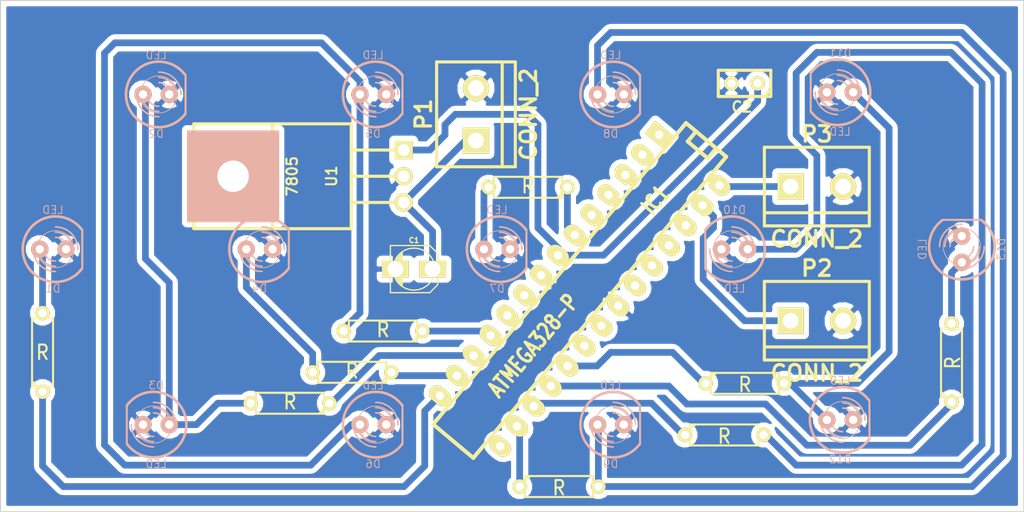
<source format=kicad_pcb>
(kicad_pcb (version 3) (host pcbnew "(25-Oct-2014 BZR 4029)-stable")

  (general
    (links 48)
    (no_connects 0)
    (area 11.919999 11.919999 111.080001 61.550001)
    (thickness 1.6)
    (drawings 4)
    (tracks 116)
    (zones 0)
    (modules 29)
    (nets 24)
  )

  (page A4 portrait)
  (layers
    (15 F.Cu signal)
    (0 B.Cu signal)
    (16 B.Adhes user)
    (17 F.Adhes user)
    (18 B.Paste user)
    (19 F.Paste user)
    (20 B.SilkS user)
    (21 F.SilkS user)
    (22 B.Mask user)
    (23 F.Mask user)
    (24 Dwgs.User user)
    (25 Cmts.User user)
    (26 Eco1.User user)
    (27 Eco2.User user)
    (28 Edge.Cuts user)
  )

  (setup
    (last_trace_width 0.654)
    (trace_clearance 0.254)
    (zone_clearance 0.508)
    (zone_45_only no)
    (trace_min 0.654)
    (segment_width 0.2)
    (edge_width 0.1)
    (via_size 0.889)
    (via_drill 0.635)
    (via_min_size 0.889)
    (via_min_drill 0.508)
    (uvia_size 0.508)
    (uvia_drill 0.127)
    (uvias_allowed no)
    (uvia_min_size 0.508)
    (uvia_min_drill 0.127)
    (pcb_text_width 0.3)
    (pcb_text_size 1.5 1.5)
    (mod_edge_width 0.15)
    (mod_text_size 1 1)
    (mod_text_width 0.15)
    (pad_size 2.60096 1.6002)
    (pad_drill 1.524)
    (pad_to_mask_clearance 0)
    (aux_axis_origin 0 0)
    (visible_elements FFFFFFBF)
    (pcbplotparams
      (layerselection 1)
      (usegerberextensions false)
      (excludeedgelayer true)
      (linewidth 0.150000)
      (plotframeref false)
      (viasonmask false)
      (mode 1)
      (useauxorigin false)
      (hpglpennumber 1)
      (hpglpenspeed 20)
      (hpglpendiameter 15)
      (hpglpenoverlay 2)
      (psnegative false)
      (psa4output false)
      (plotreference true)
      (plotvalue true)
      (plotothertext true)
      (plotinvisibletext false)
      (padsonsilk true)
      (subtractmaskfromsilk false)
      (outputformat 5)
      (mirror true)
      (drillshape 0)
      (scaleselection 1)
      (outputdirectory ""))
  )

  (net 0 "")
  (net 1 /BTN1)
  (net 2 /BTN2)
  (net 3 /PIN10)
  (net 4 /PIN11)
  (net 5 /PIN12)
  (net 6 /PIN13)
  (net 7 /PIN4)
  (net 8 /PIN5)
  (net 9 /PIN6)
  (net 10 /PIN7)
  (net 11 /PIN8)
  (net 12 /VI)
  (net 13 /VO)
  (net 14 GND)
  (net 15 N-000001)
  (net 16 N-0000010)
  (net 17 N-0000017)
  (net 18 N-000002)
  (net 19 N-0000035)
  (net 20 N-0000036)
  (net 21 N-0000037)
  (net 22 N-000005)
  (net 23 N-000008)

  (net_class Default "This is the default net class."
    (clearance 0.254)
    (trace_width 0.654)
    (via_dia 0.889)
    (via_drill 0.635)
    (uvia_dia 0.508)
    (uvia_drill 0.127)
    (add_net "")
    (add_net /BTN1)
    (add_net /BTN2)
    (add_net /PIN10)
    (add_net /PIN11)
    (add_net /PIN12)
    (add_net /PIN13)
    (add_net /PIN4)
    (add_net /PIN5)
    (add_net /PIN6)
    (add_net /PIN7)
    (add_net /PIN8)
    (add_net /VI)
    (add_net /VO)
    (add_net GND)
    (add_net N-000001)
    (add_net N-0000010)
    (add_net N-0000017)
    (add_net N-000002)
    (add_net N-0000035)
    (add_net N-0000036)
    (add_net N-0000037)
    (add_net N-000005)
    (add_net N-000008)
  )

  (module LED-5MM   locked (layer B.Cu) (tedit 50ADE86B) (tstamp 55906C8B)
    (at 17.04 36.07)
    (descr "LED 5mm - Lead pitch 100mil (2,54mm)")
    (tags "LED led 5mm 5MM 100mil 2,54mm")
    (path /5590381C)
    (fp_text reference D1 (at 0 3.81) (layer B.SilkS)
      (effects (font (size 0.762 0.762) (thickness 0.0889)) (justify mirror))
    )
    (fp_text value LED (at 0 -3.81) (layer B.SilkS)
      (effects (font (size 0.762 0.762) (thickness 0.0889)) (justify mirror))
    )
    (fp_line (start 2.8448 -1.905) (end 2.8448 1.905) (layer B.SilkS) (width 0.2032))
    (fp_circle (center 0.254 0) (end -1.016 -1.27) (layer B.SilkS) (width 0.0762))
    (fp_arc (start 0.254 0) (end 2.794 -1.905) (angle -286.2) (layer B.SilkS) (width 0.254))
    (fp_arc (start 0.254 0) (end -0.889 0) (angle -90) (layer B.SilkS) (width 0.1524))
    (fp_arc (start 0.254 0) (end 1.397 0) (angle -90) (layer B.SilkS) (width 0.1524))
    (fp_arc (start 0.254 0) (end -1.397 0) (angle -90) (layer B.SilkS) (width 0.1524))
    (fp_arc (start 0.254 0) (end 1.905 0) (angle -90) (layer B.SilkS) (width 0.1524))
    (fp_arc (start 0.254 0) (end -1.905 0) (angle -90) (layer B.SilkS) (width 0.1524))
    (fp_arc (start 0.254 0) (end 2.413 0) (angle -90) (layer B.SilkS) (width 0.1524))
    (pad 1 thru_hole circle (at -1.27 0) (size 1.6764 1.6764) (drill 0.8128)
      (layers *.Cu *.Mask B.SilkS)
      (net 23 N-000008)
    )
    (pad 2 thru_hole circle (at 1.27 0) (size 1.6764 1.6764) (drill 0.8128)
      (layers *.Cu *.Mask B.SilkS)
      (net 14 GND)
    )
    (model discret/leds/led5_vertical_verde.wrl
      (at (xyz 0 0 0))
      (scale (xyz 1 1 1))
      (rotate (xyz 0 0 0))
    )
  )

  (module DIP-28__300_ELL   locked (layer F.Cu) (tedit 200000) (tstamp 55907337)
    (at 68.04 40.07 230)
    (descr "28 pins DIL package, elliptical pads, width 300mil")
    (tags DIL)
    (path /559037C7)
    (fp_text reference IC1 (at -11.43 0 230) (layer F.SilkS)
      (effects (font (size 1.524 1.143) (thickness 0.3048)))
    )
    (fp_text value ATMEGA328-P (at 6.985 0 230) (layer F.SilkS)
      (effects (font (size 1.524 1.143) (thickness 0.3048)))
    )
    (fp_line (start -19.05 -2.54) (end 19.05 -2.54) (layer F.SilkS) (width 0.381))
    (fp_line (start 19.05 -2.54) (end 19.05 2.54) (layer F.SilkS) (width 0.381))
    (fp_line (start 19.05 2.54) (end -19.05 2.54) (layer F.SilkS) (width 0.381))
    (fp_line (start -19.05 2.54) (end -19.05 -2.54) (layer F.SilkS) (width 0.381))
    (fp_line (start -19.05 -1.27) (end -17.78 -1.27) (layer F.SilkS) (width 0.381))
    (fp_line (start -17.78 -1.27) (end -17.78 1.27) (layer F.SilkS) (width 0.381))
    (fp_line (start -17.78 1.27) (end -19.05 1.27) (layer F.SilkS) (width 0.381))
    (pad 2 thru_hole oval (at -13.97 3.81 230) (size 1.5748 2.286) (drill 0.8128)
      (layers *.Cu *.Mask F.SilkS)
    )
    (pad 3 thru_hole oval (at -11.43 3.81 230) (size 1.5748 2.286) (drill 0.8128)
      (layers *.Cu *.Mask F.SilkS)
    )
    (pad 4 thru_hole oval (at -8.89 3.81 230) (size 1.5748 2.286) (drill 0.8128)
      (layers *.Cu *.Mask F.SilkS)
    )
    (pad 5 thru_hole oval (at -6.35 3.81 230) (size 1.5748 2.286) (drill 0.8128)
      (layers *.Cu *.Mask F.SilkS)
    )
    (pad 6 thru_hole oval (at -3.81 3.81 230) (size 1.5748 2.286) (drill 0.8128)
      (layers *.Cu *.Mask F.SilkS)
      (net 7 /PIN4)
    )
    (pad 7 thru_hole oval (at -1.27 3.81 230) (size 1.5748 2.286) (drill 0.8128)
      (layers *.Cu *.Mask F.SilkS)
      (net 13 /VO)
    )
    (pad 8 thru_hole oval (at 1.27 3.81 230) (size 1.5748 2.286) (drill 0.8128)
      (layers *.Cu *.Mask F.SilkS)
      (net 14 GND)
    )
    (pad 9 thru_hole oval (at 3.81 3.81 230) (size 1.5748 2.286) (drill 0.8128)
      (layers *.Cu *.Mask F.SilkS)
    )
    (pad 10 thru_hole oval (at 6.35 3.81 230) (size 1.5748 2.286) (drill 0.8128)
      (layers *.Cu *.Mask F.SilkS)
    )
    (pad 11 thru_hole oval (at 8.89 3.81 230) (size 1.5748 2.286) (drill 0.8128)
      (layers *.Cu *.Mask F.SilkS)
      (net 8 /PIN5)
    )
    (pad 12 thru_hole oval (at 11.43 3.81 230) (size 1.5748 2.286) (drill 0.8128)
      (layers *.Cu *.Mask F.SilkS)
      (net 9 /PIN6)
    )
    (pad 13 thru_hole oval (at 13.97 3.81 230) (size 1.5748 2.286) (drill 0.8128)
      (layers *.Cu *.Mask F.SilkS)
      (net 10 /PIN7)
    )
    (pad 14 thru_hole oval (at 16.51 3.81 230) (size 1.5748 2.286) (drill 0.8128)
      (layers *.Cu *.Mask F.SilkS)
      (net 11 /PIN8)
    )
    (pad 1 thru_hole rect (at -16.51 3.81 230) (size 1.5748 2.286) (drill 0.8128)
      (layers *.Cu *.Mask F.SilkS)
    )
    (pad 15 thru_hole oval (at 16.51 -3.81 230) (size 1.5748 2.286) (drill 0.8128)
      (layers *.Cu *.Mask F.SilkS)
    )
    (pad 16 thru_hole oval (at 13.97 -3.81 230) (size 1.5748 2.286) (drill 0.8128)
      (layers *.Cu *.Mask F.SilkS)
      (net 3 /PIN10)
    )
    (pad 17 thru_hole oval (at 11.43 -3.81 230) (size 1.5748 2.286) (drill 0.8128)
      (layers *.Cu *.Mask F.SilkS)
      (net 4 /PIN11)
    )
    (pad 18 thru_hole oval (at 8.89 -3.81 230) (size 1.5748 2.286) (drill 0.8128)
      (layers *.Cu *.Mask F.SilkS)
      (net 5 /PIN12)
    )
    (pad 19 thru_hole oval (at 6.35 -3.81 230) (size 1.5748 2.286) (drill 0.8128)
      (layers *.Cu *.Mask F.SilkS)
      (net 6 /PIN13)
    )
    (pad 20 thru_hole oval (at 3.81 -3.81 230) (size 1.5748 2.286) (drill 0.8128)
      (layers *.Cu *.Mask F.SilkS)
    )
    (pad 21 thru_hole oval (at 1.27 -3.81 230) (size 1.5748 2.286) (drill 0.8128)
      (layers *.Cu *.Mask F.SilkS)
    )
    (pad 22 thru_hole oval (at -1.27 -3.81 230) (size 1.5748 2.286) (drill 0.8128)
      (layers *.Cu *.Mask F.SilkS)
      (net 14 GND)
    )
    (pad 23 thru_hole oval (at -3.81 -3.81 230) (size 1.5748 2.286) (drill 0.8128)
      (layers *.Cu *.Mask F.SilkS)
    )
    (pad 24 thru_hole oval (at -6.35 -3.81 230) (size 1.5748 2.286) (drill 0.8128)
      (layers *.Cu *.Mask F.SilkS)
    )
    (pad 25 thru_hole oval (at -8.89 -3.81 230) (size 1.5748 2.286) (drill 0.8128)
      (layers *.Cu *.Mask F.SilkS)
    )
    (pad 26 thru_hole oval (at -11.43 -3.81 230) (size 1.5748 2.286) (drill 0.8128)
      (layers *.Cu *.Mask F.SilkS)
    )
    (pad 27 thru_hole oval (at -13.97 -3.81 230) (size 1.5748 2.286) (drill 0.8128)
      (layers *.Cu *.Mask F.SilkS)
      (net 1 /BTN1)
    )
    (pad 28 thru_hole oval (at -16.51 -3.81 230) (size 1.5748 2.286) (drill 0.8128)
      (layers *.Cu *.Mask F.SilkS)
      (net 2 /BTN2)
    )
    (model dil/dil_28-w300.wrl
      (at (xyz 0 0 0))
      (scale (xyz 1 1 1))
      (rotate (xyz 0 0 0))
    )
  )

  (module R3 (layer F.Cu) (tedit 4E4C0E65) (tstamp 55907535)
    (at 40 51 180)
    (descr "Resitance 3 pas")
    (tags R)
    (path /559052C4)
    (autoplace_cost180 10)
    (fp_text reference R2 (at 0 0.127 180) (layer F.SilkS) hide
      (effects (font (size 1.397 1.27) (thickness 0.2032)))
    )
    (fp_text value R (at 0 0.127 180) (layer F.SilkS)
      (effects (font (size 1.397 1.27) (thickness 0.2032)))
    )
    (fp_line (start -3.81 0) (end -3.302 0) (layer F.SilkS) (width 0.2032))
    (fp_line (start 3.81 0) (end 3.302 0) (layer F.SilkS) (width 0.2032))
    (fp_line (start 3.302 0) (end 3.302 -1.016) (layer F.SilkS) (width 0.2032))
    (fp_line (start 3.302 -1.016) (end -3.302 -1.016) (layer F.SilkS) (width 0.2032))
    (fp_line (start -3.302 -1.016) (end -3.302 1.016) (layer F.SilkS) (width 0.2032))
    (fp_line (start -3.302 1.016) (end 3.302 1.016) (layer F.SilkS) (width 0.2032))
    (fp_line (start 3.302 1.016) (end 3.302 0) (layer F.SilkS) (width 0.2032))
    (fp_line (start -3.302 -0.508) (end -2.794 -1.016) (layer F.SilkS) (width 0.2032))
    (pad 1 thru_hole circle (at -3.81 0 180) (size 1.397 1.397) (drill 0.8128)
      (layers *.Cu *.Mask F.SilkS)
      (net 9 /PIN6)
    )
    (pad 2 thru_hole circle (at 3.81 0 180) (size 1.397 1.397) (drill 0.8128)
      (layers *.Cu *.Mask F.SilkS)
      (net 17 N-0000017)
    )
    (model discret/resistor.wrl
      (at (xyz 0 0 0))
      (scale (xyz 0.3 0.3 0.3))
      (rotate (xyz 0 0 0))
    )
  )

  (module LED-5MM   locked (layer B.Cu) (tedit 50ADE86B) (tstamp 5590656A)
    (at 27.04 21.07)
    (descr "LED 5mm - Lead pitch 100mil (2,54mm)")
    (tags "LED led 5mm 5MM 100mil 2,54mm")
    (path /559052B8)
    (fp_text reference D2 (at 0 3.81) (layer B.SilkS)
      (effects (font (size 0.762 0.762) (thickness 0.0889)) (justify mirror))
    )
    (fp_text value LED (at 0 -3.81) (layer B.SilkS)
      (effects (font (size 0.762 0.762) (thickness 0.0889)) (justify mirror))
    )
    (fp_line (start 2.8448 -1.905) (end 2.8448 1.905) (layer B.SilkS) (width 0.2032))
    (fp_circle (center 0.254 0) (end -1.016 -1.27) (layer B.SilkS) (width 0.0762))
    (fp_arc (start 0.254 0) (end 2.794 -1.905) (angle -286.2) (layer B.SilkS) (width 0.254))
    (fp_arc (start 0.254 0) (end -0.889 0) (angle -90) (layer B.SilkS) (width 0.1524))
    (fp_arc (start 0.254 0) (end 1.397 0) (angle -90) (layer B.SilkS) (width 0.1524))
    (fp_arc (start 0.254 0) (end -1.397 0) (angle -90) (layer B.SilkS) (width 0.1524))
    (fp_arc (start 0.254 0) (end 1.905 0) (angle -90) (layer B.SilkS) (width 0.1524))
    (fp_arc (start 0.254 0) (end -1.905 0) (angle -90) (layer B.SilkS) (width 0.1524))
    (fp_arc (start 0.254 0) (end 2.413 0) (angle -90) (layer B.SilkS) (width 0.1524))
    (pad 1 thru_hole circle (at -1.27 0) (size 1.6764 1.6764) (drill 0.8128)
      (layers *.Cu *.Mask B.SilkS)
      (net 17 N-0000017)
    )
    (pad 2 thru_hole circle (at 1.27 0) (size 1.6764 1.6764) (drill 0.8128)
      (layers *.Cu *.Mask B.SilkS)
      (net 14 GND)
    )
    (model discret/leds/led5_vertical_verde.wrl
      (at (xyz 0 0 0))
      (scale (xyz 1 1 1))
      (rotate (xyz 0 0 0))
    )
  )

  (module LED-5MM (layer B.Cu) (tedit 50ADE86B) (tstamp 5590655A)
    (at 27.04 53.07 180)
    (descr "LED 5mm - Lead pitch 100mil (2,54mm)")
    (tags "LED led 5mm 5MM 100mil 2,54mm")
    (path /559052BE)
    (fp_text reference D3 (at 0 3.81 180) (layer B.SilkS)
      (effects (font (size 0.762 0.762) (thickness 0.0889)) (justify mirror))
    )
    (fp_text value LED (at 0 -3.81 180) (layer B.SilkS)
      (effects (font (size 0.762 0.762) (thickness 0.0889)) (justify mirror))
    )
    (fp_line (start 2.8448 -1.905) (end 2.8448 1.905) (layer B.SilkS) (width 0.2032))
    (fp_circle (center 0.254 0) (end -1.016 -1.27) (layer B.SilkS) (width 0.0762))
    (fp_arc (start 0.254 0) (end 2.794 -1.905) (angle -286.2) (layer B.SilkS) (width 0.254))
    (fp_arc (start 0.254 0) (end -0.889 0) (angle -90) (layer B.SilkS) (width 0.1524))
    (fp_arc (start 0.254 0) (end 1.397 0) (angle -90) (layer B.SilkS) (width 0.1524))
    (fp_arc (start 0.254 0) (end -1.397 0) (angle -90) (layer B.SilkS) (width 0.1524))
    (fp_arc (start 0.254 0) (end 1.905 0) (angle -90) (layer B.SilkS) (width 0.1524))
    (fp_arc (start 0.254 0) (end -1.905 0) (angle -90) (layer B.SilkS) (width 0.1524))
    (fp_arc (start 0.254 0) (end 2.413 0) (angle -90) (layer B.SilkS) (width 0.1524))
    (pad 1 thru_hole circle (at -1.27 0 180) (size 1.6764 1.6764) (drill 0.8128)
      (layers *.Cu *.Mask B.SilkS)
      (net 17 N-0000017)
    )
    (pad 2 thru_hole circle (at 1.27 0 180) (size 1.6764 1.6764) (drill 0.8128)
      (layers *.Cu *.Mask B.SilkS)
      (net 14 GND)
    )
    (model discret/leds/led5_vertical_verde.wrl
      (at (xyz 0 0 0))
      (scale (xyz 1 1 1))
      (rotate (xyz 0 0 0))
    )
  )

  (module R3 (layer F.Cu) (tedit 4E4C0E65) (tstamp 5590654A)
    (at 46 48 180)
    (descr "Resitance 3 pas")
    (tags R)
    (path /55905725)
    (autoplace_cost180 10)
    (fp_text reference R3 (at 0 0.127 180) (layer F.SilkS) hide
      (effects (font (size 1.397 1.27) (thickness 0.2032)))
    )
    (fp_text value R (at 0 0.127 180) (layer F.SilkS)
      (effects (font (size 1.397 1.27) (thickness 0.2032)))
    )
    (fp_line (start -3.81 0) (end -3.302 0) (layer F.SilkS) (width 0.2032))
    (fp_line (start 3.81 0) (end 3.302 0) (layer F.SilkS) (width 0.2032))
    (fp_line (start 3.302 0) (end 3.302 -1.016) (layer F.SilkS) (width 0.2032))
    (fp_line (start 3.302 -1.016) (end -3.302 -1.016) (layer F.SilkS) (width 0.2032))
    (fp_line (start -3.302 -1.016) (end -3.302 1.016) (layer F.SilkS) (width 0.2032))
    (fp_line (start -3.302 1.016) (end 3.302 1.016) (layer F.SilkS) (width 0.2032))
    (fp_line (start 3.302 1.016) (end 3.302 0) (layer F.SilkS) (width 0.2032))
    (fp_line (start -3.302 -0.508) (end -2.794 -1.016) (layer F.SilkS) (width 0.2032))
    (pad 1 thru_hole circle (at -3.81 0 180) (size 1.397 1.397) (drill 0.8128)
      (layers *.Cu *.Mask F.SilkS)
      (net 10 /PIN7)
    )
    (pad 2 thru_hole circle (at 3.81 0 180) (size 1.397 1.397) (drill 0.8128)
      (layers *.Cu *.Mask F.SilkS)
      (net 16 N-0000010)
    )
    (model discret/resistor.wrl
      (at (xyz 0 0 0))
      (scale (xyz 0.3 0.3 0.3))
      (rotate (xyz 0 0 0))
    )
  )

  (module R3 (layer F.Cu) (tedit 4E4C0E65) (tstamp 5590653B)
    (at 104.04 47.07 90)
    (descr "Resitance 3 pas")
    (tags R)
    (path /55905952)
    (autoplace_cost180 10)
    (fp_text reference R9 (at 0 0.127 90) (layer F.SilkS) hide
      (effects (font (size 1.397 1.27) (thickness 0.2032)))
    )
    (fp_text value R (at 0 0.127 90) (layer F.SilkS)
      (effects (font (size 1.397 1.27) (thickness 0.2032)))
    )
    (fp_line (start -3.81 0) (end -3.302 0) (layer F.SilkS) (width 0.2032))
    (fp_line (start 3.81 0) (end 3.302 0) (layer F.SilkS) (width 0.2032))
    (fp_line (start 3.302 0) (end 3.302 -1.016) (layer F.SilkS) (width 0.2032))
    (fp_line (start 3.302 -1.016) (end -3.302 -1.016) (layer F.SilkS) (width 0.2032))
    (fp_line (start -3.302 -1.016) (end -3.302 1.016) (layer F.SilkS) (width 0.2032))
    (fp_line (start -3.302 1.016) (end 3.302 1.016) (layer F.SilkS) (width 0.2032))
    (fp_line (start 3.302 1.016) (end 3.302 0) (layer F.SilkS) (width 0.2032))
    (fp_line (start -3.302 -0.508) (end -2.794 -1.016) (layer F.SilkS) (width 0.2032))
    (pad 1 thru_hole circle (at -3.81 0 90) (size 1.397 1.397) (drill 0.8128)
      (layers *.Cu *.Mask F.SilkS)
      (net 5 /PIN12)
    )
    (pad 2 thru_hole circle (at 3.81 0 90) (size 1.397 1.397) (drill 0.8128)
      (layers *.Cu *.Mask F.SilkS)
      (net 22 N-000005)
    )
    (model discret/resistor.wrl
      (at (xyz 0 0 0))
      (scale (xyz 0.3 0.3 0.3))
      (rotate (xyz 0 0 0))
    )
  )

  (module R3 (layer F.Cu) (tedit 4E4C0E65) (tstamp 5595C6B4)
    (at 84.04 49.07)
    (descr "Resitance 3 pas")
    (tags R)
    (path /5590593D)
    (autoplace_cost180 10)
    (fp_text reference R8 (at 0 0.127) (layer F.SilkS) hide
      (effects (font (size 1.397 1.27) (thickness 0.2032)))
    )
    (fp_text value R (at 0 0.127) (layer F.SilkS)
      (effects (font (size 1.397 1.27) (thickness 0.2032)))
    )
    (fp_line (start -3.81 0) (end -3.302 0) (layer F.SilkS) (width 0.2032))
    (fp_line (start 3.81 0) (end 3.302 0) (layer F.SilkS) (width 0.2032))
    (fp_line (start 3.302 0) (end 3.302 -1.016) (layer F.SilkS) (width 0.2032))
    (fp_line (start 3.302 -1.016) (end -3.302 -1.016) (layer F.SilkS) (width 0.2032))
    (fp_line (start -3.302 -1.016) (end -3.302 1.016) (layer F.SilkS) (width 0.2032))
    (fp_line (start -3.302 1.016) (end 3.302 1.016) (layer F.SilkS) (width 0.2032))
    (fp_line (start 3.302 1.016) (end 3.302 0) (layer F.SilkS) (width 0.2032))
    (fp_line (start -3.302 -0.508) (end -2.794 -1.016) (layer F.SilkS) (width 0.2032))
    (pad 1 thru_hole circle (at -3.81 0) (size 1.397 1.397) (drill 0.8128)
      (layers *.Cu *.Mask F.SilkS)
      (net 6 /PIN13)
    )
    (pad 2 thru_hole circle (at 3.81 0) (size 1.397 1.397) (drill 0.8128)
      (layers *.Cu *.Mask F.SilkS)
      (net 20 N-0000036)
    )
    (model discret/resistor.wrl
      (at (xyz 0 0 0))
      (scale (xyz 0.3 0.3 0.3))
      (rotate (xyz 0 0 0))
    )
  )

  (module R3 (layer F.Cu) (tedit 4E4C0E65) (tstamp 55908A11)
    (at 82.04 54.07)
    (descr "Resitance 3 pas")
    (tags R)
    (path /559058CF)
    (autoplace_cost180 10)
    (fp_text reference R7 (at 0 0.127) (layer F.SilkS) hide
      (effects (font (size 1.397 1.27) (thickness 0.2032)))
    )
    (fp_text value R (at 0 0.127) (layer F.SilkS)
      (effects (font (size 1.397 1.27) (thickness 0.2032)))
    )
    (fp_line (start -3.81 0) (end -3.302 0) (layer F.SilkS) (width 0.2032))
    (fp_line (start 3.81 0) (end 3.302 0) (layer F.SilkS) (width 0.2032))
    (fp_line (start 3.302 0) (end 3.302 -1.016) (layer F.SilkS) (width 0.2032))
    (fp_line (start 3.302 -1.016) (end -3.302 -1.016) (layer F.SilkS) (width 0.2032))
    (fp_line (start -3.302 -1.016) (end -3.302 1.016) (layer F.SilkS) (width 0.2032))
    (fp_line (start -3.302 1.016) (end 3.302 1.016) (layer F.SilkS) (width 0.2032))
    (fp_line (start 3.302 1.016) (end 3.302 0) (layer F.SilkS) (width 0.2032))
    (fp_line (start -3.302 -0.508) (end -2.794 -1.016) (layer F.SilkS) (width 0.2032))
    (pad 1 thru_hole circle (at -3.81 0) (size 1.397 1.397) (drill 0.8128)
      (layers *.Cu *.Mask F.SilkS)
      (net 4 /PIN11)
    )
    (pad 2 thru_hole circle (at 3.81 0) (size 1.397 1.397) (drill 0.8128)
      (layers *.Cu *.Mask F.SilkS)
      (net 18 N-000002)
    )
    (model discret/resistor.wrl
      (at (xyz 0 0 0))
      (scale (xyz 0.3 0.3 0.3))
      (rotate (xyz 0 0 0))
    )
  )

  (module R3 (layer F.Cu) (tedit 4E4C0E65) (tstamp 5590650E)
    (at 66.04 59.07)
    (descr "Resitance 3 pas")
    (tags R)
    (path /559058A9)
    (autoplace_cost180 10)
    (fp_text reference R6 (at 0 0.127) (layer F.SilkS) hide
      (effects (font (size 1.397 1.27) (thickness 0.2032)))
    )
    (fp_text value R (at 0 0.127) (layer F.SilkS)
      (effects (font (size 1.397 1.27) (thickness 0.2032)))
    )
    (fp_line (start -3.81 0) (end -3.302 0) (layer F.SilkS) (width 0.2032))
    (fp_line (start 3.81 0) (end 3.302 0) (layer F.SilkS) (width 0.2032))
    (fp_line (start 3.302 0) (end 3.302 -1.016) (layer F.SilkS) (width 0.2032))
    (fp_line (start 3.302 -1.016) (end -3.302 -1.016) (layer F.SilkS) (width 0.2032))
    (fp_line (start -3.302 -1.016) (end -3.302 1.016) (layer F.SilkS) (width 0.2032))
    (fp_line (start -3.302 1.016) (end 3.302 1.016) (layer F.SilkS) (width 0.2032))
    (fp_line (start 3.302 1.016) (end 3.302 0) (layer F.SilkS) (width 0.2032))
    (fp_line (start -3.302 -0.508) (end -2.794 -1.016) (layer F.SilkS) (width 0.2032))
    (pad 1 thru_hole circle (at -3.81 0) (size 1.397 1.397) (drill 0.8128)
      (layers *.Cu *.Mask F.SilkS)
      (net 3 /PIN10)
    )
    (pad 2 thru_hole circle (at 3.81 0) (size 1.397 1.397) (drill 0.8128)
      (layers *.Cu *.Mask F.SilkS)
      (net 19 N-0000035)
    )
    (model discret/resistor.wrl
      (at (xyz 0 0 0))
      (scale (xyz 0.3 0.3 0.3))
      (rotate (xyz 0 0 0))
    )
  )

  (module R3 (layer F.Cu) (tedit 4E4C0E65) (tstamp 55907346)
    (at 63.04 30.07 180)
    (descr "Resitance 3 pas")
    (tags R)
    (path /559057C8)
    (autoplace_cost180 10)
    (fp_text reference R5 (at 0 0.127 180) (layer F.SilkS) hide
      (effects (font (size 1.397 1.27) (thickness 0.2032)))
    )
    (fp_text value R (at 0 0.127 180) (layer F.SilkS)
      (effects (font (size 1.397 1.27) (thickness 0.2032)))
    )
    (fp_line (start -3.81 0) (end -3.302 0) (layer F.SilkS) (width 0.2032))
    (fp_line (start 3.81 0) (end 3.302 0) (layer F.SilkS) (width 0.2032))
    (fp_line (start 3.302 0) (end 3.302 -1.016) (layer F.SilkS) (width 0.2032))
    (fp_line (start 3.302 -1.016) (end -3.302 -1.016) (layer F.SilkS) (width 0.2032))
    (fp_line (start -3.302 -1.016) (end -3.302 1.016) (layer F.SilkS) (width 0.2032))
    (fp_line (start -3.302 1.016) (end 3.302 1.016) (layer F.SilkS) (width 0.2032))
    (fp_line (start 3.302 1.016) (end 3.302 0) (layer F.SilkS) (width 0.2032))
    (fp_line (start -3.302 -0.508) (end -2.794 -1.016) (layer F.SilkS) (width 0.2032))
    (pad 1 thru_hole circle (at -3.81 0 180) (size 1.397 1.397) (drill 0.8128)
      (layers *.Cu *.Mask F.SilkS)
      (net 7 /PIN4)
    )
    (pad 2 thru_hole circle (at 3.81 0 180) (size 1.397 1.397) (drill 0.8128)
      (layers *.Cu *.Mask F.SilkS)
      (net 15 N-000001)
    )
    (model discret/resistor.wrl
      (at (xyz 0 0 0))
      (scale (xyz 0.3 0.3 0.3))
      (rotate (xyz 0 0 0))
    )
  )

  (module R3 (layer F.Cu) (tedit 4E4C0E65) (tstamp 55907355)
    (at 49 44 180)
    (descr "Resitance 3 pas")
    (tags R)
    (path /55905798)
    (autoplace_cost180 10)
    (fp_text reference R4 (at 0 0.127 180) (layer F.SilkS) hide
      (effects (font (size 1.397 1.27) (thickness 0.2032)))
    )
    (fp_text value R (at 0 0.127 180) (layer F.SilkS)
      (effects (font (size 1.397 1.27) (thickness 0.2032)))
    )
    (fp_line (start -3.81 0) (end -3.302 0) (layer F.SilkS) (width 0.2032))
    (fp_line (start 3.81 0) (end 3.302 0) (layer F.SilkS) (width 0.2032))
    (fp_line (start 3.302 0) (end 3.302 -1.016) (layer F.SilkS) (width 0.2032))
    (fp_line (start 3.302 -1.016) (end -3.302 -1.016) (layer F.SilkS) (width 0.2032))
    (fp_line (start -3.302 -1.016) (end -3.302 1.016) (layer F.SilkS) (width 0.2032))
    (fp_line (start -3.302 1.016) (end 3.302 1.016) (layer F.SilkS) (width 0.2032))
    (fp_line (start 3.302 1.016) (end 3.302 0) (layer F.SilkS) (width 0.2032))
    (fp_line (start -3.302 -0.508) (end -2.794 -1.016) (layer F.SilkS) (width 0.2032))
    (pad 1 thru_hole circle (at -3.81 0 180) (size 1.397 1.397) (drill 0.8128)
      (layers *.Cu *.Mask F.SilkS)
      (net 8 /PIN5)
    )
    (pad 2 thru_hole circle (at 3.81 0 180) (size 1.397 1.397) (drill 0.8128)
      (layers *.Cu *.Mask F.SilkS)
      (net 21 N-0000037)
    )
    (model discret/resistor.wrl
      (at (xyz 0 0 0))
      (scale (xyz 0.3 0.3 0.3))
      (rotate (xyz 0 0 0))
    )
  )

  (module LED-5MM (layer B.Cu) (tedit 50ADE86B) (tstamp 559064E1)
    (at 93.25 20.86 180)
    (descr "LED 5mm - Lead pitch 100mil (2,54mm)")
    (tags "LED led 5mm 5MM 100mil 2,54mm")
    (path /55905931)
    (fp_text reference D11 (at 0 3.81 180) (layer B.SilkS)
      (effects (font (size 0.762 0.762) (thickness 0.0889)) (justify mirror))
    )
    (fp_text value LED (at 0 -3.81 180) (layer B.SilkS)
      (effects (font (size 0.762 0.762) (thickness 0.0889)) (justify mirror))
    )
    (fp_line (start 2.8448 -1.905) (end 2.8448 1.905) (layer B.SilkS) (width 0.2032))
    (fp_circle (center 0.254 0) (end -1.016 -1.27) (layer B.SilkS) (width 0.0762))
    (fp_arc (start 0.254 0) (end 2.794 -1.905) (angle -286.2) (layer B.SilkS) (width 0.254))
    (fp_arc (start 0.254 0) (end -0.889 0) (angle -90) (layer B.SilkS) (width 0.1524))
    (fp_arc (start 0.254 0) (end 1.397 0) (angle -90) (layer B.SilkS) (width 0.1524))
    (fp_arc (start 0.254 0) (end -1.397 0) (angle -90) (layer B.SilkS) (width 0.1524))
    (fp_arc (start 0.254 0) (end 1.905 0) (angle -90) (layer B.SilkS) (width 0.1524))
    (fp_arc (start 0.254 0) (end -1.905 0) (angle -90) (layer B.SilkS) (width 0.1524))
    (fp_arc (start 0.254 0) (end 2.413 0) (angle -90) (layer B.SilkS) (width 0.1524))
    (pad 1 thru_hole circle (at -1.27 0 180) (size 1.6764 1.6764) (drill 0.8128)
      (layers *.Cu *.Mask B.SilkS)
      (net 20 N-0000036)
    )
    (pad 2 thru_hole circle (at 1.27 0 180) (size 1.6764 1.6764) (drill 0.8128)
      (layers *.Cu *.Mask B.SilkS)
      (net 14 GND)
    )
    (model discret/leds/led5_vertical_verde.wrl
      (at (xyz 0 0 0))
      (scale (xyz 1 1 1))
      (rotate (xyz 0 0 0))
    )
  )

  (module LED-5MM   locked (layer B.Cu) (tedit 50ADE86B) (tstamp 559064D1)
    (at 48.04 53.07)
    (descr "LED 5mm - Lead pitch 100mil (2,54mm)")
    (tags "LED led 5mm 5MM 100mil 2,54mm")
    (path /55905792)
    (fp_text reference D6 (at 0 3.81) (layer B.SilkS)
      (effects (font (size 0.762 0.762) (thickness 0.0889)) (justify mirror))
    )
    (fp_text value LED (at 0 -3.81) (layer B.SilkS)
      (effects (font (size 0.762 0.762) (thickness 0.0889)) (justify mirror))
    )
    (fp_line (start 2.8448 -1.905) (end 2.8448 1.905) (layer B.SilkS) (width 0.2032))
    (fp_circle (center 0.254 0) (end -1.016 -1.27) (layer B.SilkS) (width 0.0762))
    (fp_arc (start 0.254 0) (end 2.794 -1.905) (angle -286.2) (layer B.SilkS) (width 0.254))
    (fp_arc (start 0.254 0) (end -0.889 0) (angle -90) (layer B.SilkS) (width 0.1524))
    (fp_arc (start 0.254 0) (end 1.397 0) (angle -90) (layer B.SilkS) (width 0.1524))
    (fp_arc (start 0.254 0) (end -1.397 0) (angle -90) (layer B.SilkS) (width 0.1524))
    (fp_arc (start 0.254 0) (end 1.905 0) (angle -90) (layer B.SilkS) (width 0.1524))
    (fp_arc (start 0.254 0) (end -1.905 0) (angle -90) (layer B.SilkS) (width 0.1524))
    (fp_arc (start 0.254 0) (end 2.413 0) (angle -90) (layer B.SilkS) (width 0.1524))
    (pad 1 thru_hole circle (at -1.27 0) (size 1.6764 1.6764) (drill 0.8128)
      (layers *.Cu *.Mask B.SilkS)
      (net 21 N-0000037)
    )
    (pad 2 thru_hole circle (at 1.27 0) (size 1.6764 1.6764) (drill 0.8128)
      (layers *.Cu *.Mask B.SilkS)
      (net 14 GND)
    )
    (model discret/leds/led5_vertical_verde.wrl
      (at (xyz 0 0 0))
      (scale (xyz 1 1 1))
      (rotate (xyz 0 0 0))
    )
  )

  (module LED-5MM   locked (layer B.Cu) (tedit 50ADE86B) (tstamp 559064C1)
    (at 60.04 36.07)
    (descr "LED 5mm - Lead pitch 100mil (2,54mm)")
    (tags "LED led 5mm 5MM 100mil 2,54mm")
    (path /559057C2)
    (fp_text reference D7 (at 0 3.81) (layer B.SilkS)
      (effects (font (size 0.762 0.762) (thickness 0.0889)) (justify mirror))
    )
    (fp_text value LED (at 0 -3.81) (layer B.SilkS)
      (effects (font (size 0.762 0.762) (thickness 0.0889)) (justify mirror))
    )
    (fp_line (start 2.8448 -1.905) (end 2.8448 1.905) (layer B.SilkS) (width 0.2032))
    (fp_circle (center 0.254 0) (end -1.016 -1.27) (layer B.SilkS) (width 0.0762))
    (fp_arc (start 0.254 0) (end 2.794 -1.905) (angle -286.2) (layer B.SilkS) (width 0.254))
    (fp_arc (start 0.254 0) (end -0.889 0) (angle -90) (layer B.SilkS) (width 0.1524))
    (fp_arc (start 0.254 0) (end 1.397 0) (angle -90) (layer B.SilkS) (width 0.1524))
    (fp_arc (start 0.254 0) (end -1.397 0) (angle -90) (layer B.SilkS) (width 0.1524))
    (fp_arc (start 0.254 0) (end 1.905 0) (angle -90) (layer B.SilkS) (width 0.1524))
    (fp_arc (start 0.254 0) (end -1.905 0) (angle -90) (layer B.SilkS) (width 0.1524))
    (fp_arc (start 0.254 0) (end 2.413 0) (angle -90) (layer B.SilkS) (width 0.1524))
    (pad 1 thru_hole circle (at -1.27 0) (size 1.6764 1.6764) (drill 0.8128)
      (layers *.Cu *.Mask B.SilkS)
      (net 15 N-000001)
    )
    (pad 2 thru_hole circle (at 1.27 0) (size 1.6764 1.6764) (drill 0.8128)
      (layers *.Cu *.Mask B.SilkS)
      (net 14 GND)
    )
    (model discret/leds/led5_vertical_verde.wrl
      (at (xyz 0 0 0))
      (scale (xyz 1 1 1))
      (rotate (xyz 0 0 0))
    )
  )

  (module LED-5MM   locked (layer B.Cu) (tedit 50ADE86B) (tstamp 55907002)
    (at 93.25 52.61)
    (descr "LED 5mm - Lead pitch 100mil (2,54mm)")
    (tags "LED led 5mm 5MM 100mil 2,54mm")
    (path /55905937)
    (fp_text reference D12 (at 0 3.81) (layer B.SilkS)
      (effects (font (size 0.762 0.762) (thickness 0.0889)) (justify mirror))
    )
    (fp_text value LED (at 0 -3.81) (layer B.SilkS)
      (effects (font (size 0.762 0.762) (thickness 0.0889)) (justify mirror))
    )
    (fp_line (start 2.8448 -1.905) (end 2.8448 1.905) (layer B.SilkS) (width 0.2032))
    (fp_circle (center 0.254 0) (end -1.016 -1.27) (layer B.SilkS) (width 0.0762))
    (fp_arc (start 0.254 0) (end 2.794 -1.905) (angle -286.2) (layer B.SilkS) (width 0.254))
    (fp_arc (start 0.254 0) (end -0.889 0) (angle -90) (layer B.SilkS) (width 0.1524))
    (fp_arc (start 0.254 0) (end 1.397 0) (angle -90) (layer B.SilkS) (width 0.1524))
    (fp_arc (start 0.254 0) (end -1.397 0) (angle -90) (layer B.SilkS) (width 0.1524))
    (fp_arc (start 0.254 0) (end 1.905 0) (angle -90) (layer B.SilkS) (width 0.1524))
    (fp_arc (start 0.254 0) (end -1.905 0) (angle -90) (layer B.SilkS) (width 0.1524))
    (fp_arc (start 0.254 0) (end 2.413 0) (angle -90) (layer B.SilkS) (width 0.1524))
    (pad 1 thru_hole circle (at -1.27 0) (size 1.6764 1.6764) (drill 0.8128)
      (layers *.Cu *.Mask B.SilkS)
      (net 20 N-0000036)
    )
    (pad 2 thru_hole circle (at 1.27 0) (size 1.6764 1.6764) (drill 0.8128)
      (layers *.Cu *.Mask B.SilkS)
      (net 14 GND)
    )
    (model discret/leds/led5_vertical_verde.wrl
      (at (xyz 0 0 0))
      (scale (xyz 1 1 1))
      (rotate (xyz 0 0 0))
    )
  )

  (module LED-5MM (layer B.Cu) (tedit 50ADE86B) (tstamp 559064A1)
    (at 48.04 21.07)
    (descr "LED 5mm - Lead pitch 100mil (2,54mm)")
    (tags "LED led 5mm 5MM 100mil 2,54mm")
    (path /5590578C)
    (fp_text reference D5 (at 0 3.81) (layer B.SilkS)
      (effects (font (size 0.762 0.762) (thickness 0.0889)) (justify mirror))
    )
    (fp_text value LED (at 0 -3.81) (layer B.SilkS)
      (effects (font (size 0.762 0.762) (thickness 0.0889)) (justify mirror))
    )
    (fp_line (start 2.8448 -1.905) (end 2.8448 1.905) (layer B.SilkS) (width 0.2032))
    (fp_circle (center 0.254 0) (end -1.016 -1.27) (layer B.SilkS) (width 0.0762))
    (fp_arc (start 0.254 0) (end 2.794 -1.905) (angle -286.2) (layer B.SilkS) (width 0.254))
    (fp_arc (start 0.254 0) (end -0.889 0) (angle -90) (layer B.SilkS) (width 0.1524))
    (fp_arc (start 0.254 0) (end 1.397 0) (angle -90) (layer B.SilkS) (width 0.1524))
    (fp_arc (start 0.254 0) (end -1.397 0) (angle -90) (layer B.SilkS) (width 0.1524))
    (fp_arc (start 0.254 0) (end 1.905 0) (angle -90) (layer B.SilkS) (width 0.1524))
    (fp_arc (start 0.254 0) (end -1.905 0) (angle -90) (layer B.SilkS) (width 0.1524))
    (fp_arc (start 0.254 0) (end 2.413 0) (angle -90) (layer B.SilkS) (width 0.1524))
    (pad 1 thru_hole circle (at -1.27 0) (size 1.6764 1.6764) (drill 0.8128)
      (layers *.Cu *.Mask B.SilkS)
      (net 21 N-0000037)
    )
    (pad 2 thru_hole circle (at 1.27 0) (size 1.6764 1.6764) (drill 0.8128)
      (layers *.Cu *.Mask B.SilkS)
      (net 14 GND)
    )
    (model discret/leds/led5_vertical_verde.wrl
      (at (xyz 0 0 0))
      (scale (xyz 1 1 1))
      (rotate (xyz 0 0 0))
    )
  )

  (module LED-5MM   locked (layer B.Cu) (tedit 50ADE86B) (tstamp 55906491)
    (at 71.04 21.07)
    (descr "LED 5mm - Lead pitch 100mil (2,54mm)")
    (tags "LED led 5mm 5MM 100mil 2,54mm")
    (path /5590589D)
    (fp_text reference D8 (at 0 3.81) (layer B.SilkS)
      (effects (font (size 0.762 0.762) (thickness 0.0889)) (justify mirror))
    )
    (fp_text value LED (at 0 -3.81) (layer B.SilkS)
      (effects (font (size 0.762 0.762) (thickness 0.0889)) (justify mirror))
    )
    (fp_line (start 2.8448 -1.905) (end 2.8448 1.905) (layer B.SilkS) (width 0.2032))
    (fp_circle (center 0.254 0) (end -1.016 -1.27) (layer B.SilkS) (width 0.0762))
    (fp_arc (start 0.254 0) (end 2.794 -1.905) (angle -286.2) (layer B.SilkS) (width 0.254))
    (fp_arc (start 0.254 0) (end -0.889 0) (angle -90) (layer B.SilkS) (width 0.1524))
    (fp_arc (start 0.254 0) (end 1.397 0) (angle -90) (layer B.SilkS) (width 0.1524))
    (fp_arc (start 0.254 0) (end -1.397 0) (angle -90) (layer B.SilkS) (width 0.1524))
    (fp_arc (start 0.254 0) (end 1.905 0) (angle -90) (layer B.SilkS) (width 0.1524))
    (fp_arc (start 0.254 0) (end -1.905 0) (angle -90) (layer B.SilkS) (width 0.1524))
    (fp_arc (start 0.254 0) (end 2.413 0) (angle -90) (layer B.SilkS) (width 0.1524))
    (pad 1 thru_hole circle (at -1.27 0) (size 1.6764 1.6764) (drill 0.8128)
      (layers *.Cu *.Mask B.SilkS)
      (net 19 N-0000035)
    )
    (pad 2 thru_hole circle (at 1.27 0) (size 1.6764 1.6764) (drill 0.8128)
      (layers *.Cu *.Mask B.SilkS)
      (net 14 GND)
    )
    (model discret/leds/led5_vertical_verde.wrl
      (at (xyz 0 0 0))
      (scale (xyz 1 1 1))
      (rotate (xyz 0 0 0))
    )
  )

  (module LED-5MM   locked (layer B.Cu) (tedit 50ADE86B) (tstamp 55906481)
    (at 71.04 53.07)
    (descr "LED 5mm - Lead pitch 100mil (2,54mm)")
    (tags "LED led 5mm 5MM 100mil 2,54mm")
    (path /559058A3)
    (fp_text reference D9 (at 0 3.81) (layer B.SilkS)
      (effects (font (size 0.762 0.762) (thickness 0.0889)) (justify mirror))
    )
    (fp_text value LED (at 0 -3.81) (layer B.SilkS)
      (effects (font (size 0.762 0.762) (thickness 0.0889)) (justify mirror))
    )
    (fp_line (start 2.8448 -1.905) (end 2.8448 1.905) (layer B.SilkS) (width 0.2032))
    (fp_circle (center 0.254 0) (end -1.016 -1.27) (layer B.SilkS) (width 0.0762))
    (fp_arc (start 0.254 0) (end 2.794 -1.905) (angle -286.2) (layer B.SilkS) (width 0.254))
    (fp_arc (start 0.254 0) (end -0.889 0) (angle -90) (layer B.SilkS) (width 0.1524))
    (fp_arc (start 0.254 0) (end 1.397 0) (angle -90) (layer B.SilkS) (width 0.1524))
    (fp_arc (start 0.254 0) (end -1.397 0) (angle -90) (layer B.SilkS) (width 0.1524))
    (fp_arc (start 0.254 0) (end 1.905 0) (angle -90) (layer B.SilkS) (width 0.1524))
    (fp_arc (start 0.254 0) (end -1.905 0) (angle -90) (layer B.SilkS) (width 0.1524))
    (fp_arc (start 0.254 0) (end 2.413 0) (angle -90) (layer B.SilkS) (width 0.1524))
    (pad 1 thru_hole circle (at -1.27 0) (size 1.6764 1.6764) (drill 0.8128)
      (layers *.Cu *.Mask B.SilkS)
      (net 19 N-0000035)
    )
    (pad 2 thru_hole circle (at 1.27 0) (size 1.6764 1.6764) (drill 0.8128)
      (layers *.Cu *.Mask B.SilkS)
      (net 14 GND)
    )
    (model discret/leds/led5_vertical_verde.wrl
      (at (xyz 0 0 0))
      (scale (xyz 1 1 1))
      (rotate (xyz 0 0 0))
    )
  )

  (module LED-5MM (layer B.Cu) (tedit 50ADE86B) (tstamp 55906471)
    (at 37.04 36.07)
    (descr "LED 5mm - Lead pitch 100mil (2,54mm)")
    (tags "LED led 5mm 5MM 100mil 2,54mm")
    (path /5590571F)
    (fp_text reference D4 (at 0 3.81) (layer B.SilkS)
      (effects (font (size 0.762 0.762) (thickness 0.0889)) (justify mirror))
    )
    (fp_text value LED (at 0 -3.81) (layer B.SilkS)
      (effects (font (size 0.762 0.762) (thickness 0.0889)) (justify mirror))
    )
    (fp_line (start 2.8448 -1.905) (end 2.8448 1.905) (layer B.SilkS) (width 0.2032))
    (fp_circle (center 0.254 0) (end -1.016 -1.27) (layer B.SilkS) (width 0.0762))
    (fp_arc (start 0.254 0) (end 2.794 -1.905) (angle -286.2) (layer B.SilkS) (width 0.254))
    (fp_arc (start 0.254 0) (end -0.889 0) (angle -90) (layer B.SilkS) (width 0.1524))
    (fp_arc (start 0.254 0) (end 1.397 0) (angle -90) (layer B.SilkS) (width 0.1524))
    (fp_arc (start 0.254 0) (end -1.397 0) (angle -90) (layer B.SilkS) (width 0.1524))
    (fp_arc (start 0.254 0) (end 1.905 0) (angle -90) (layer B.SilkS) (width 0.1524))
    (fp_arc (start 0.254 0) (end -1.905 0) (angle -90) (layer B.SilkS) (width 0.1524))
    (fp_arc (start 0.254 0) (end 2.413 0) (angle -90) (layer B.SilkS) (width 0.1524))
    (pad 1 thru_hole circle (at -1.27 0) (size 1.6764 1.6764) (drill 0.8128)
      (layers *.Cu *.Mask B.SilkS)
      (net 16 N-0000010)
    )
    (pad 2 thru_hole circle (at 1.27 0) (size 1.6764 1.6764) (drill 0.8128)
      (layers *.Cu *.Mask B.SilkS)
      (net 14 GND)
    )
    (model discret/leds/led5_vertical_verde.wrl
      (at (xyz 0 0 0))
      (scale (xyz 1 1 1))
      (rotate (xyz 0 0 0))
    )
  )

  (module LED-5MM (layer B.Cu) (tedit 50ADE86B) (tstamp 55906CDC)
    (at 105.04 36.07 90)
    (descr "LED 5mm - Lead pitch 100mil (2,54mm)")
    (tags "LED led 5mm 5MM 100mil 2,54mm")
    (path /5590594C)
    (fp_text reference D13 (at 0 3.81 90) (layer B.SilkS)
      (effects (font (size 0.762 0.762) (thickness 0.0889)) (justify mirror))
    )
    (fp_text value LED (at 0 -3.81 90) (layer B.SilkS)
      (effects (font (size 0.762 0.762) (thickness 0.0889)) (justify mirror))
    )
    (fp_line (start 2.8448 -1.905) (end 2.8448 1.905) (layer B.SilkS) (width 0.2032))
    (fp_circle (center 0.254 0) (end -1.016 -1.27) (layer B.SilkS) (width 0.0762))
    (fp_arc (start 0.254 0) (end 2.794 -1.905) (angle -286.2) (layer B.SilkS) (width 0.254))
    (fp_arc (start 0.254 0) (end -0.889 0) (angle -90) (layer B.SilkS) (width 0.1524))
    (fp_arc (start 0.254 0) (end 1.397 0) (angle -90) (layer B.SilkS) (width 0.1524))
    (fp_arc (start 0.254 0) (end -1.397 0) (angle -90) (layer B.SilkS) (width 0.1524))
    (fp_arc (start 0.254 0) (end 1.905 0) (angle -90) (layer B.SilkS) (width 0.1524))
    (fp_arc (start 0.254 0) (end -1.905 0) (angle -90) (layer B.SilkS) (width 0.1524))
    (fp_arc (start 0.254 0) (end 2.413 0) (angle -90) (layer B.SilkS) (width 0.1524))
    (pad 1 thru_hole circle (at -1.27 0 90) (size 1.6764 1.6764) (drill 0.8128)
      (layers *.Cu *.Mask B.SilkS)
      (net 22 N-000005)
    )
    (pad 2 thru_hole circle (at 1.27 0 90) (size 1.6764 1.6764) (drill 0.8128)
      (layers *.Cu *.Mask B.SilkS)
      (net 14 GND)
    )
    (model discret/leds/led5_vertical_verde.wrl
      (at (xyz 0 0 0))
      (scale (xyz 1 1 1))
      (rotate (xyz 0 0 0))
    )
  )

  (module LED-5MM (layer B.Cu) (tedit 50ADE86B) (tstamp 55906451)
    (at 83.04 36.07 180)
    (descr "LED 5mm - Lead pitch 100mil (2,54mm)")
    (tags "LED led 5mm 5MM 100mil 2,54mm")
    (path /559058C9)
    (fp_text reference D10 (at 0 3.81 180) (layer B.SilkS)
      (effects (font (size 0.762 0.762) (thickness 0.0889)) (justify mirror))
    )
    (fp_text value LED (at 0 -3.81 180) (layer B.SilkS)
      (effects (font (size 0.762 0.762) (thickness 0.0889)) (justify mirror))
    )
    (fp_line (start 2.8448 -1.905) (end 2.8448 1.905) (layer B.SilkS) (width 0.2032))
    (fp_circle (center 0.254 0) (end -1.016 -1.27) (layer B.SilkS) (width 0.0762))
    (fp_arc (start 0.254 0) (end 2.794 -1.905) (angle -286.2) (layer B.SilkS) (width 0.254))
    (fp_arc (start 0.254 0) (end -0.889 0) (angle -90) (layer B.SilkS) (width 0.1524))
    (fp_arc (start 0.254 0) (end 1.397 0) (angle -90) (layer B.SilkS) (width 0.1524))
    (fp_arc (start 0.254 0) (end -1.397 0) (angle -90) (layer B.SilkS) (width 0.1524))
    (fp_arc (start 0.254 0) (end 1.905 0) (angle -90) (layer B.SilkS) (width 0.1524))
    (fp_arc (start 0.254 0) (end -1.905 0) (angle -90) (layer B.SilkS) (width 0.1524))
    (fp_arc (start 0.254 0) (end 2.413 0) (angle -90) (layer B.SilkS) (width 0.1524))
    (pad 1 thru_hole circle (at -1.27 0 180) (size 1.6764 1.6764) (drill 0.8128)
      (layers *.Cu *.Mask B.SilkS)
      (net 18 N-000002)
    )
    (pad 2 thru_hole circle (at 1.27 0 180) (size 1.6764 1.6764) (drill 0.8128)
      (layers *.Cu *.Mask B.SilkS)
      (net 14 GND)
    )
    (model discret/leds/led5_vertical_verde.wrl
      (at (xyz 0 0 0))
      (scale (xyz 1 1 1))
      (rotate (xyz 0 0 0))
    )
  )

  (module R3 (layer F.Cu) (tedit 55906959) (tstamp 559070E6)
    (at 16.04 46.07 90)
    (descr "Resitance 3 pas")
    (tags R)
    (path /559048D3)
    (autoplace_cost180 10)
    (fp_text reference R1 (at 0 0.127 90) (layer F.SilkS) hide
      (effects (font (size 1.397 1.27) (thickness 0.2032)))
    )
    (fp_text value R (at 0 0 180) (layer F.SilkS)
      (effects (font (size 1.397 1.27) (thickness 0.2032)))
    )
    (fp_line (start -3.81 0) (end -3.302 0) (layer F.SilkS) (width 0.2032))
    (fp_line (start 3.81 0) (end 3.302 0) (layer F.SilkS) (width 0.2032))
    (fp_line (start 3.302 0) (end 3.302 -1.016) (layer F.SilkS) (width 0.2032))
    (fp_line (start 3.302 -1.016) (end -3.302 -1.016) (layer F.SilkS) (width 0.2032))
    (fp_line (start -3.302 -1.016) (end -3.302 1.016) (layer F.SilkS) (width 0.2032))
    (fp_line (start -3.302 1.016) (end 3.302 1.016) (layer F.SilkS) (width 0.2032))
    (fp_line (start 3.302 1.016) (end 3.302 0) (layer F.SilkS) (width 0.2032))
    (fp_line (start -3.302 -0.508) (end -2.794 -1.016) (layer F.SilkS) (width 0.2032))
    (pad 1 thru_hole circle (at -3.81 0 90) (size 1.397 1.397) (drill 0.8128)
      (layers *.Cu *.Mask F.SilkS)
      (net 11 /PIN8)
    )
    (pad 2 thru_hole circle (at 3.81 0 90) (size 1.397 1.397) (drill 0.8128)
      (layers *.Cu *.Mask F.SilkS)
      (net 23 N-000008)
    )
    (model discret/resistor.wrl
      (at (xyz 0 0 0))
      (scale (xyz 0.3 0.3 0.3))
      (rotate (xyz 0 0 0))
    )
  )

  (module TO220 (layer F.Cu) (tedit 200000) (tstamp 5594654B)
    (at 51 29 180)
    (descr "Transistor TO 220")
    (tags "TR TO220 DEV")
    (path /55946328)
    (fp_text reference U1 (at 6.985 0 270) (layer F.SilkS)
      (effects (font (size 1.016 1.016) (thickness 0.2032)))
    )
    (fp_text value 7805 (at 10.795 0 270) (layer F.SilkS)
      (effects (font (size 1.016 1.016) (thickness 0.2032)))
    )
    (fp_line (start 0 -2.54) (end 5.08 -2.54) (layer F.SilkS) (width 0.3048))
    (fp_line (start 0 0) (end 5.08 0) (layer F.SilkS) (width 0.3048))
    (fp_line (start 0 2.54) (end 5.08 2.54) (layer F.SilkS) (width 0.3048))
    (fp_line (start 5.08 5.08) (end 20.32 5.08) (layer F.SilkS) (width 0.3048))
    (fp_line (start 20.32 5.08) (end 20.32 -5.08) (layer F.SilkS) (width 0.3048))
    (fp_line (start 20.32 -5.08) (end 5.08 -5.08) (layer F.SilkS) (width 0.3048))
    (fp_line (start 5.08 -5.08) (end 5.08 5.08) (layer F.SilkS) (width 0.3048))
    (fp_line (start 12.7 3.81) (end 12.7 -5.08) (layer F.SilkS) (width 0.3048))
    (fp_line (start 12.7 3.81) (end 12.7 5.08) (layer F.SilkS) (width 0.3048))
    (pad 1 thru_hole rect (at 0 2.54 180) (size 1.778 1.778) (drill 1.143)
      (layers *.Cu *.Mask F.SilkS)
      (net 13 /VO)
    )
    (pad 2 thru_hole circle (at 0 -2.54 180) (size 1.778 1.778) (drill 1.143)
      (layers *.Cu *.Mask F.SilkS)
      (net 12 /VI)
    )
    (pad 3 thru_hole circle (at 0 0 180) (size 1.778 1.778) (drill 1.143)
      (layers *.Cu *.Mask F.SilkS)
      (net 14 GND)
    )
    (pad 4 thru_hole rect (at 16.51 0 180) (size 8.89 8.89) (drill 3.048)
      (layers *.Cu *.SilkS *.Mask)
    )
    (model discret/to220_horiz.wrl
      (at (xyz 0 0 0))
      (scale (xyz 1 1 1))
      (rotate (xyz 0 0 0))
    )
  )

  (module c_elec_4x5.8 (layer F.Cu) (tedit 5595B829) (tstamp 55946562)
    (at 52 38)
    (descr "SMT capacitor, aluminium electrolytic, 4x5.8")
    (path /559463EB)
    (fp_text reference C1 (at 0 -2.794) (layer F.SilkS)
      (effects (font (size 0.50038 0.50038) (thickness 0.11938)))
    )
    (fp_text value CAPAPOL (at 0 2.794) (layer F.SilkS) hide
      (effects (font (size 0.50038 0.50038) (thickness 0.11938)))
    )
    (fp_line (start 1.651 0) (end 0.889 0) (layer F.SilkS) (width 0.127))
    (fp_line (start 1.27 -0.381) (end 1.27 0.381) (layer F.SilkS) (width 0.127))
    (fp_line (start 1.524 2.286) (end -2.286 2.286) (layer F.SilkS) (width 0.127))
    (fp_line (start 2.286 -1.524) (end 2.286 1.524) (layer F.SilkS) (width 0.127))
    (fp_line (start 1.524 2.286) (end 2.286 1.524) (layer F.SilkS) (width 0.127))
    (fp_line (start 1.524 -2.286) (end -2.286 -2.286) (layer F.SilkS) (width 0.127))
    (fp_line (start 1.524 -2.286) (end 2.286 -1.524) (layer F.SilkS) (width 0.127))
    (fp_line (start -2.032 0.127) (end -2.032 -0.127) (layer F.SilkS) (width 0.127))
    (fp_line (start -1.905 -0.635) (end -1.905 0.635) (layer F.SilkS) (width 0.127))
    (fp_line (start -1.778 0.889) (end -1.778 -0.889) (layer F.SilkS) (width 0.127))
    (fp_line (start -1.651 1.143) (end -1.651 -1.143) (layer F.SilkS) (width 0.127))
    (fp_line (start -1.524 -1.27) (end -1.524 1.27) (layer F.SilkS) (width 0.127))
    (fp_line (start -1.397 1.397) (end -1.397 -1.397) (layer F.SilkS) (width 0.127))
    (fp_line (start -1.27 -1.524) (end -1.27 1.524) (layer F.SilkS) (width 0.127))
    (fp_line (start -1.143 -1.651) (end -1.143 1.651) (layer F.SilkS) (width 0.127))
    (fp_circle (center 0 0) (end -2.032 0) (layer F.SilkS) (width 0.127))
    (fp_line (start -2.286 -2.286) (end -2.286 2.286) (layer F.SilkS) (width 0.127))
    (pad 1 thru_hole rect (at 1.80086 0) (size 2.60096 1.6002) (drill 1.524)
      (layers *.Cu *.Mask F.SilkS)
      (net 12 /VI)
    )
    (pad 2 thru_hole rect (at -1.80086 0) (size 2.60096 1.6002) (drill 1.524)
      (layers *.Cu *.Mask F.SilkS)
      (net 14 GND)
    )
    (model smd/capacitors/c_elec_4x5_8.wrl
      (at (xyz 0 0 0))
      (scale (xyz 1 1 1))
      (rotate (xyz 0 0 0))
    )
  )

  (module C1 (layer F.Cu) (tedit 3F92C496) (tstamp 5594656D)
    (at 84 20 180)
    (descr "Condensateur e = 1 pas")
    (tags C)
    (path /559463DC)
    (fp_text reference C2 (at 0.254 -2.286 180) (layer F.SilkS)
      (effects (font (size 1.016 1.016) (thickness 0.2032)))
    )
    (fp_text value C (at 0 -2.286 180) (layer F.SilkS) hide
      (effects (font (size 1.016 1.016) (thickness 0.2032)))
    )
    (fp_line (start -2.4892 -1.27) (end 2.54 -1.27) (layer F.SilkS) (width 0.3048))
    (fp_line (start 2.54 -1.27) (end 2.54 1.27) (layer F.SilkS) (width 0.3048))
    (fp_line (start 2.54 1.27) (end -2.54 1.27) (layer F.SilkS) (width 0.3048))
    (fp_line (start -2.54 1.27) (end -2.54 -1.27) (layer F.SilkS) (width 0.3048))
    (fp_line (start -2.54 -0.635) (end -1.905 -1.27) (layer F.SilkS) (width 0.3048))
    (pad 1 thru_hole circle (at -1.27 0 180) (size 1.397 1.397) (drill 0.8128)
      (layers *.Cu *.Mask F.SilkS)
      (net 13 /VO)
    )
    (pad 2 thru_hole circle (at 1.27 0 180) (size 1.397 1.397) (drill 0.8128)
      (layers *.Cu *.Mask F.SilkS)
      (net 14 GND)
    )
    (model discret/capa_1_pas.wrl
      (at (xyz 0 0 0))
      (scale (xyz 1 1 1))
      (rotate (xyz 0 0 0))
    )
  )

  (module bornier2 (layer F.Cu) (tedit 3EC0ED69) (tstamp 5595C0A4)
    (at 58 23 90)
    (descr "Bornier d'alimentation 2 pins")
    (tags DEV)
    (path /55946A11)
    (fp_text reference P1 (at 0 -5.08 90) (layer F.SilkS)
      (effects (font (size 1.524 1.524) (thickness 0.3048)))
    )
    (fp_text value CONN_2 (at 0 5.08 90) (layer F.SilkS)
      (effects (font (size 1.524 1.524) (thickness 0.3048)))
    )
    (fp_line (start 5.08 2.54) (end -5.08 2.54) (layer F.SilkS) (width 0.3048))
    (fp_line (start 5.08 3.81) (end 5.08 -3.81) (layer F.SilkS) (width 0.3048))
    (fp_line (start 5.08 -3.81) (end -5.08 -3.81) (layer F.SilkS) (width 0.3048))
    (fp_line (start -5.08 -3.81) (end -5.08 3.81) (layer F.SilkS) (width 0.3048))
    (fp_line (start -5.08 3.81) (end 5.08 3.81) (layer F.SilkS) (width 0.3048))
    (pad 1 thru_hole rect (at -2.54 0 90) (size 2.54 2.54) (drill 1.524)
      (layers *.Cu *.Mask F.SilkS)
      (net 12 /VI)
    )
    (pad 2 thru_hole circle (at 2.54 0 90) (size 2.54 2.54) (drill 1.524)
      (layers *.Cu *.Mask F.SilkS)
      (net 14 GND)
    )
    (model device/bornier_2.wrl
      (at (xyz 0 0 0))
      (scale (xyz 1 1 1))
      (rotate (xyz 0 0 0))
    )
  )

  (module bornier2 (layer F.Cu) (tedit 3EC0ED69) (tstamp 55946F70)
    (at 91 43)
    (descr "Bornier d'alimentation 2 pins")
    (tags DEV)
    (path /55946A25)
    (fp_text reference P2 (at 0 -5.08) (layer F.SilkS)
      (effects (font (size 1.524 1.524) (thickness 0.3048)))
    )
    (fp_text value CONN_2 (at 0 5.08) (layer F.SilkS)
      (effects (font (size 1.524 1.524) (thickness 0.3048)))
    )
    (fp_line (start 5.08 2.54) (end -5.08 2.54) (layer F.SilkS) (width 0.3048))
    (fp_line (start 5.08 3.81) (end 5.08 -3.81) (layer F.SilkS) (width 0.3048))
    (fp_line (start 5.08 -3.81) (end -5.08 -3.81) (layer F.SilkS) (width 0.3048))
    (fp_line (start -5.08 -3.81) (end -5.08 3.81) (layer F.SilkS) (width 0.3048))
    (fp_line (start -5.08 3.81) (end 5.08 3.81) (layer F.SilkS) (width 0.3048))
    (pad 1 thru_hole rect (at -2.54 0) (size 2.54 2.54) (drill 1.524)
      (layers *.Cu *.Mask F.SilkS)
      (net 1 /BTN1)
    )
    (pad 2 thru_hole circle (at 2.54 0) (size 2.54 2.54) (drill 1.524)
      (layers *.Cu *.Mask F.SilkS)
      (net 14 GND)
    )
    (model device/bornier_2.wrl
      (at (xyz 0 0 0))
      (scale (xyz 1 1 1))
      (rotate (xyz 0 0 0))
    )
  )

  (module bornier2 (layer F.Cu) (tedit 3EC0ED69) (tstamp 55946F7B)
    (at 91 30)
    (descr "Bornier d'alimentation 2 pins")
    (tags DEV)
    (path /55946A45)
    (fp_text reference P3 (at 0 -5.08) (layer F.SilkS)
      (effects (font (size 1.524 1.524) (thickness 0.3048)))
    )
    (fp_text value CONN_2 (at 0 5.08) (layer F.SilkS)
      (effects (font (size 1.524 1.524) (thickness 0.3048)))
    )
    (fp_line (start 5.08 2.54) (end -5.08 2.54) (layer F.SilkS) (width 0.3048))
    (fp_line (start 5.08 3.81) (end 5.08 -3.81) (layer F.SilkS) (width 0.3048))
    (fp_line (start 5.08 -3.81) (end -5.08 -3.81) (layer F.SilkS) (width 0.3048))
    (fp_line (start -5.08 -3.81) (end -5.08 3.81) (layer F.SilkS) (width 0.3048))
    (fp_line (start -5.08 3.81) (end 5.08 3.81) (layer F.SilkS) (width 0.3048))
    (pad 1 thru_hole rect (at -2.54 0) (size 2.54 2.54) (drill 1.524)
      (layers *.Cu *.Mask F.SilkS)
      (net 2 /BTN2)
    )
    (pad 2 thru_hole circle (at 2.54 0) (size 2.54 2.54) (drill 1.524)
      (layers *.Cu *.Mask F.SilkS)
      (net 14 GND)
    )
    (model device/bornier_2.wrl
      (at (xyz 0 0 0))
      (scale (xyz 1 1 1))
      (rotate (xyz 0 0 0))
    )
  )

  (gr_line (start 11.97 61.5) (end 11.97 11.97) (angle 90) (layer Edge.Cuts) (width 0.1))
  (gr_line (start 111.03 61.5) (end 11.97 61.5) (angle 90) (layer Edge.Cuts) (width 0.1))
  (gr_line (start 111.03 11.97) (end 111.03 61.5) (angle 90) (layer Edge.Cuts) (width 0.1))
  (gr_line (start 11.97 11.97) (end 111.03 11.97) (angle 90) (layer Edge.Cuts) (width 0.1))

  (segment (start 88.46 43) (end 84 43) (width 0.654) (layer B.Cu) (net 1))
  (segment (start 81 32.879008) (end 79.938372 31.81738) (width 0.654) (layer B.Cu) (net 1) (tstamp 55969E72))
  (segment (start 81 34) (end 81 32.879008) (width 0.654) (layer B.Cu) (net 1) (tstamp 55969E70))
  (segment (start 80 35) (end 81 34) (width 0.654) (layer B.Cu) (net 1) (tstamp 55969E6F))
  (segment (start 80 39) (end 80 35) (width 0.654) (layer B.Cu) (net 1) (tstamp 55969E68))
  (segment (start 84 43) (end 80 39) (width 0.654) (layer B.Cu) (net 1) (tstamp 55969E64))
  (segment (start 88.46 30) (end 81.699426 30) (width 0.654) (layer B.Cu) (net 2))
  (segment (start 81.699426 30) (end 81.571053 29.871627) (width 0.654) (layer B.Cu) (net 2) (tstamp 55947468))
  (segment (start 62.23 59.07) (end 62.23 53.471776) (width 0.654) (layer B.Cu) (net 3))
  (segment (start 62.23 53.471776) (end 61.978886 53.220662) (width 0.654) (layer B.Cu) (net 3) (tstamp 55969DE5))
  (segment (start 78.23 54.07) (end 78.07 54.07) (width 0.654) (layer B.Cu) (net 4))
  (segment (start 63.886476 51) (end 63.611567 51.274909) (width 0.654) (layer B.Cu) (net 4) (tstamp 5595BA79))
  (segment (start 75 51) (end 63.886476 51) (width 0.654) (layer B.Cu) (net 4) (tstamp 5595BA75))
  (segment (start 78.07 54.07) (end 75 51) (width 0.654) (layer B.Cu) (net 4) (tstamp 5595BA72))
  (segment (start 65.244247 49.329156) (end 76.670844 49.329156) (width 0.654) (layer B.Cu) (net 5))
  (segment (start 104.04 51.07) (end 100.04 55.07) (width 0.654) (layer B.Cu) (net 5) (tstamp 55908A2A))
  (segment (start 100.04 55.07) (end 90.04 55.07) (width 0.654) (layer B.Cu) (net 5) (tstamp 55908A2E))
  (segment (start 90.04 55.07) (end 86.04 51.07) (width 0.654) (layer B.Cu) (net 5) (tstamp 55908A35))
  (segment (start 86.04 51.07) (end 79.04 51.07) (width 0.654) (layer B.Cu) (net 5) (tstamp 55908A3A))
  (segment (start 104.04 51.07) (end 104.04 50.88) (width 0.654) (layer B.Cu) (net 5))
  (segment (start 78.411688 51.07) (end 79.04 51.07) (width 0.654) (layer B.Cu) (net 5) (tstamp 5595BAA1))
  (segment (start 76.670844 49.329156) (end 78.411688 51.07) (width 0.654) (layer B.Cu) (net 5) (tstamp 5595BA9E))
  (segment (start 80.23 49.07) (end 80.04 49.07) (width 0.654) (layer B.Cu) (net 6))
  (segment (start 69.726597 47.383403) (end 66.876928 47.383403) (width 0.654) (layer B.Cu) (net 6) (tstamp 55908A5E))
  (segment (start 71.04 46.07) (end 69.726597 47.383403) (width 0.654) (layer B.Cu) (net 6) (tstamp 55908A5D))
  (segment (start 77.04 46.07) (end 71.04 46.07) (width 0.654) (layer B.Cu) (net 6) (tstamp 55908A5A))
  (segment (start 80.04 49.07) (end 77.04 46.07) (width 0.654) (layer B.Cu) (net 6) (tstamp 55908A58))
  (segment (start 67.570391 34.70235) (end 67.570391 34.570391) (width 0.654) (layer B.Cu) (net 7))
  (segment (start 66.85 33.85) (end 66.85 30.07) (width 0.654) (layer B.Cu) (net 7) (tstamp 55969E43))
  (segment (start 67.570391 34.570391) (end 66.85 33.85) (width 0.654) (layer B.Cu) (net 7) (tstamp 55969E38))
  (segment (start 52.81 44) (end 58.975875 44) (width 0.654) (layer B.Cu) (net 8))
  (segment (start 58.975875 44) (end 59.406989 44.431114) (width 0.654) (layer B.Cu) (net 8) (tstamp 5594680C))
  (segment (start 43.81 51) (end 44 51) (width 0.654) (layer B.Cu) (net 9))
  (segment (start 44 51) (end 48.623133 46.376867) (width 0.654) (layer B.Cu) (net 9) (tstamp 5594694A))
  (segment (start 48.623133 46.376867) (end 57.774308 46.376867) (width 0.654) (layer B.Cu) (net 9) (tstamp 5594694C))
  (segment (start 56.141628 48.32262) (end 50.13262 48.32262) (width 0.654) (layer B.Cu) (net 10))
  (segment (start 50.13262 48.32262) (end 49.81 48) (width 0.654) (layer B.Cu) (net 10) (tstamp 55946946))
  (segment (start 16.04 49.88) (end 16.04 57.07) (width 0.654) (layer B.Cu) (net 11))
  (segment (start 53.04 51.73732) (end 54.508947 50.268373) (width 0.654) (layer B.Cu) (net 11) (tstamp 55907371))
  (segment (start 53.04 57.07) (end 53.04 51.73732) (width 0.654) (layer B.Cu) (net 11) (tstamp 5590736F))
  (segment (start 51.04 59.07) (end 53.04 57.07) (width 0.654) (layer B.Cu) (net 11) (tstamp 5590736D))
  (segment (start 18.04 59.07) (end 51.04 59.07) (width 0.654) (layer B.Cu) (net 11) (tstamp 5590736B))
  (segment (start 16.04 57.07) (end 18.04 59.07) (width 0.654) (layer B.Cu) (net 11) (tstamp 55907369))
  (segment (start 53.80086 38) (end 53.80086 34.34086) (width 0.654) (layer B.Cu) (net 12))
  (segment (start 53.80086 34.34086) (end 51 31.54) (width 0.654) (layer B.Cu) (net 12) (tstamp 5595B849))
  (segment (start 58 25.54) (end 57 25.54) (width 0.654) (layer B.Cu) (net 12))
  (segment (start 57 25.54) (end 51 31.54) (width 0.654) (layer B.Cu) (net 12) (tstamp 559474C3))
  (segment (start 85.27 20) (end 85.27 21.73) (width 0.654) (layer B.Cu) (net 13))
  (segment (start 85.27 21.73) (end 70.351897 36.648103) (width 0.654) (layer B.Cu) (net 13) (tstamp 55947535))
  (segment (start 70.351897 36.648103) (end 65.937711 36.648103) (width 0.654) (layer B.Cu) (net 13) (tstamp 55947540))
  (segment (start 65.937711 36.648103) (end 65.937711 35.937711) (width 0.654) (layer B.Cu) (net 13))
  (segment (start 65.937711 35.937711) (end 64 34) (width 0.654) (layer B.Cu) (net 13) (tstamp 559474E4))
  (segment (start 64 34) (end 64 24) (width 0.654) (layer B.Cu) (net 13) (tstamp 559474E7))
  (segment (start 64 24) (end 63 23) (width 0.654) (layer B.Cu) (net 13) (tstamp 559474EA))
  (segment (start 63 23) (end 56 23) (width 0.654) (layer B.Cu) (net 13) (tstamp 559474EB))
  (segment (start 56 23) (end 55 24) (width 0.654) (layer B.Cu) (net 13) (tstamp 559474EE))
  (segment (start 55 24) (end 55 25) (width 0.654) (layer B.Cu) (net 13) (tstamp 559474EF))
  (segment (start 55 25) (end 53.54 26.46) (width 0.654) (layer B.Cu) (net 13) (tstamp 559474F0))
  (segment (start 53.54 26.46) (end 51 26.46) (width 0.654) (layer B.Cu) (net 13) (tstamp 559474F3))
  (segment (start 58.77 36.07) (end 58.77 30.53) (width 0.654) (layer B.Cu) (net 15))
  (segment (start 58.77 30.53) (end 59.23 30.07) (width 0.654) (layer B.Cu) (net 15) (tstamp 559081A6))
  (segment (start 42.19 48) (end 42.19 46.19) (width 0.654) (layer B.Cu) (net 16) (status 10))
  (segment (start 42.19 46.19) (end 35.77 39.77) (width 0.654) (layer B.Cu) (net 16) (tstamp 55946883))
  (segment (start 35.77 39.77) (end 35.77 36.07) (width 0.654) (layer B.Cu) (net 16) (tstamp 55946892))
  (segment (start 28.31 53.07) (end 28.31 39.31) (width 0.654) (layer B.Cu) (net 17))
  (segment (start 28.31 39.31) (end 26 37) (width 0.654) (layer B.Cu) (net 17) (tstamp 55969C6B))
  (segment (start 26 37) (end 26 21.3) (width 0.654) (layer B.Cu) (net 17) (tstamp 55969C6F))
  (segment (start 26 21.3) (end 25.77 21.07) (width 0.654) (layer B.Cu) (net 17) (tstamp 55969C70))
  (segment (start 36.19 51) (end 33 51) (width 0.654) (layer B.Cu) (net 17))
  (segment (start 33 51) (end 30.93 53.07) (width 0.654) (layer B.Cu) (net 17) (tstamp 55969C61))
  (segment (start 30.93 53.07) (end 28.31 53.07) (width 0.654) (layer B.Cu) (net 17) (tstamp 55969C65))
  (segment (start 85.85 54.07) (end 86.07 54.07) (width 0.654) (layer B.Cu) (net 18))
  (segment (start 88.93 36.07) (end 84.31 36.07) (width 0.654) (layer B.Cu) (net 18) (tstamp 5595C1F3))
  (segment (start 91 34) (end 88.93 36.07) (width 0.654) (layer B.Cu) (net 18) (tstamp 5595C1EF))
  (segment (start 91 27) (end 91 34) (width 0.654) (layer B.Cu) (net 18) (tstamp 5595C1ED))
  (segment (start 89 25) (end 91 27) (width 0.654) (layer B.Cu) (net 18) (tstamp 5595C1EB))
  (segment (start 89 19) (end 89 25) (width 0.654) (layer B.Cu) (net 18) (tstamp 5595C1E9))
  (segment (start 91 17) (end 89 19) (width 0.654) (layer B.Cu) (net 18) (tstamp 5595C1E8))
  (segment (start 104 17) (end 91 17) (width 0.654) (layer B.Cu) (net 18) (tstamp 5595C1E5))
  (segment (start 107 20) (end 104 17) (width 0.654) (layer B.Cu) (net 18) (tstamp 5595C1DF))
  (segment (start 107 55) (end 107 20) (width 0.654) (layer B.Cu) (net 18) (tstamp 5595C1DA))
  (segment (start 105 57) (end 107 55) (width 0.654) (layer B.Cu) (net 18) (tstamp 5595C1D8))
  (segment (start 89 57) (end 105 57) (width 0.654) (layer B.Cu) (net 18) (tstamp 5595C1D5))
  (segment (start 86.07 54.07) (end 89 57) (width 0.654) (layer B.Cu) (net 18) (tstamp 5595C1D2))
  (segment (start 69.85 59.07) (end 69.85 53.15) (width 0.654) (layer B.Cu) (net 19))
  (segment (start 69.85 53.15) (end 69.77 53.07) (width 0.654) (layer B.Cu) (net 19) (tstamp 559084A1))
  (segment (start 69.85 59.07) (end 106.04 59.07) (width 0.654) (layer B.Cu) (net 19))
  (segment (start 106.04 59.07) (end 109.04 56.07) (width 0.654) (layer B.Cu) (net 19) (tstamp 55908474))
  (segment (start 109.04 56.07) (end 109.04 19.07) (width 0.654) (layer B.Cu) (net 19) (tstamp 55908476))
  (segment (start 109.04 19.07) (end 105.04 15.07) (width 0.654) (layer B.Cu) (net 19) (tstamp 55908480))
  (segment (start 105.04 15.07) (end 71.04 15.07) (width 0.654) (layer B.Cu) (net 19) (tstamp 55908486))
  (segment (start 71.04 15.07) (end 69.77 16.34) (width 0.654) (layer B.Cu) (net 19) (tstamp 5590848B))
  (segment (start 69.77 16.34) (end 69.77 21.07) (width 0.654) (layer B.Cu) (net 19) (tstamp 5590848C))
  (segment (start 87.85 49.07) (end 94.93 49.07) (width 0.654) (layer B.Cu) (net 20))
  (segment (start 98 24.34) (end 94.52 20.86) (width 0.654) (layer B.Cu) (net 20) (tstamp 5595C230))
  (segment (start 98 46) (end 98 24.34) (width 0.654) (layer B.Cu) (net 20) (tstamp 5595C22B))
  (segment (start 94.93 49.07) (end 98 46) (width 0.654) (layer B.Cu) (net 20) (tstamp 5595C225))
  (segment (start 87.85 49.07) (end 88.44 49.07) (width 0.654) (layer B.Cu) (net 20))
  (segment (start 88.44 49.07) (end 91.98 52.61) (width 0.654) (layer B.Cu) (net 20) (tstamp 559085F6))
  (segment (start 46.77 53.07) (end 45.93 53.07) (width 0.654) (layer B.Cu) (net 21))
  (segment (start 45.93 53.07) (end 42 57) (width 0.654) (layer B.Cu) (net 21) (tstamp 55969D87))
  (segment (start 42 57) (end 24 57) (width 0.654) (layer B.Cu) (net 21) (tstamp 55969D96))
  (segment (start 24 57) (end 22.04 55.04) (width 0.654) (layer B.Cu) (net 21) (tstamp 55969D9E))
  (segment (start 46.77 21.07) (end 46.77 19.8) (width 0.654) (layer B.Cu) (net 21))
  (segment (start 46.77 19.8) (end 43.04 16.07) (width 0.654) (layer B.Cu) (net 21) (tstamp 559075DF))
  (segment (start 43.04 16.07) (end 23.04 16.07) (width 0.654) (layer B.Cu) (net 21) (tstamp 559075E7))
  (segment (start 23.04 16.07) (end 22.04 17.07) (width 0.654) (layer B.Cu) (net 21) (tstamp 559075E9))
  (segment (start 22.04 17.07) (end 22.04 55.04) (width 0.654) (layer B.Cu) (net 21) (tstamp 559075EB))
  (segment (start 22.04 55.04) (end 22.04 55.04) (width 0.654) (layer B.Cu) (net 21) (tstamp 55969DA3))
  (segment (start 45.19 44) (end 45.19 43.81) (width 0.654) (layer B.Cu) (net 21))
  (segment (start 46.77 42.23) (end 46.77 21.07) (width 0.654) (layer B.Cu) (net 21) (tstamp 55946830))
  (segment (start 45.19 43.81) (end 46.77 42.23) (width 0.654) (layer B.Cu) (net 21) (tstamp 5594682C))
  (segment (start 104.04 43.26) (end 104.04 38.34) (width 0.654) (layer B.Cu) (net 22))
  (segment (start 104.04 38.34) (end 105.04 37.34) (width 0.654) (layer B.Cu) (net 22) (tstamp 5595CCEC))
  (segment (start 16.04 36.34) (end 15.77 36.07) (width 0.654) (layer B.Cu) (net 23) (tstamp 55907356))
  (segment (start 16.04 42.26) (end 16.04 36.34) (width 0.654) (layer B.Cu) (net 23))

  (zone (net 14) (net_name GND) (layer B.Cu) (tstamp 559088C1) (hatch edge 0.508)
    (connect_pads (clearance 0.508))
    (min_thickness 0.254)
    (fill (arc_segments 16) (thermal_gap 0.508) (thermal_bridge_width 0.508))
    (polygon
      (pts
        (xy 111.04 61.07) (xy 12.04 61.07) (xy 12.04 12.07) (xy 111.04 12.07)
      )
    )
    (filled_polygon
      (pts
        (xy 110.345 60.815) (xy 110.002 60.815) (xy 110.002 56.07) (xy 110.002 19.07) (xy 109.928772 18.701859)
        (xy 109.928772 18.701858) (xy 109.720237 18.389763) (xy 105.720237 14.389763) (xy 105.408142 14.181228) (xy 105.04 14.108)
        (xy 71.04 14.108) (xy 70.671858 14.181228) (xy 70.359763 14.389763) (xy 69.089763 15.659763) (xy 68.881228 15.971858)
        (xy 68.808 16.34) (xy 68.808 19.948719) (xy 68.521811 20.23441) (xy 68.297057 20.775677) (xy 68.296546 21.361752)
        (xy 68.520354 21.90341) (xy 68.93441 22.318189) (xy 69.475677 22.542943) (xy 70.061752 22.543454) (xy 70.60341 22.319646)
        (xy 71.018189 21.90559) (xy 71.04044 21.852003) (xy 71.274588 21.925807) (xy 72.130395 21.07) (xy 71.274588 20.214193)
        (xy 71.040835 20.287872) (xy 71.019646 20.23659) (xy 70.732 19.948441) (xy 70.732 16.738474) (xy 71.438474 16.032)
        (xy 104.641526 16.032) (xy 108.078 19.468474) (xy 108.078 55.671526) (xy 105.641526 58.108) (xy 73.794976 58.108)
        (xy 73.794976 53.295903) (xy 73.768388 52.710432) (xy 73.59549 52.293018) (xy 73.345412 52.214193) (xy 72.489605 53.07)
        (xy 73.345412 53.925807) (xy 73.59549 53.846982) (xy 73.794976 53.295903) (xy 73.794976 58.108) (xy 73.165807 58.108)
        (xy 73.165807 54.105412) (xy 72.31 53.249605) (xy 71.454193 54.105412) (xy 71.533018 54.35549) (xy 72.084097 54.554976)
        (xy 72.669568 54.528388) (xy 73.086982 54.35549) (xy 73.165807 54.105412) (xy 73.165807 58.108) (xy 70.812 58.108)
        (xy 70.812 54.111419) (xy 71.018189 53.90559) (xy 71.04044 53.852003) (xy 71.274588 53.925807) (xy 72.130395 53.07)
        (xy 71.274588 52.214193) (xy 71.040835 52.287872) (xy 71.019646 52.23659) (xy 70.745534 51.962) (xy 71.477072 51.962)
        (xy 71.454193 52.034588) (xy 72.31 52.890395) (xy 73.165807 52.034588) (xy 73.142927 51.962) (xy 74.601526 51.962)
        (xy 76.896337 54.25681) (xy 76.89627 54.334086) (xy 77.098855 54.82438) (xy 77.473647 55.199826) (xy 77.963587 55.403267)
        (xy 78.494086 55.40373) (xy 78.98438 55.201145) (xy 79.359826 54.826353) (xy 79.563267 54.336413) (xy 79.56373 53.805914)
        (xy 79.361145 53.31562) (xy 78.986353 52.940174) (xy 78.496413 52.736733) (xy 78.096857 52.736384) (xy 75.680237 50.319763)
        (xy 75.637423 50.291156) (xy 76.27237 50.291156) (xy 77.731451 51.750237) (xy 78.043546 51.958772) (xy 78.043547 51.958772)
        (xy 78.411688 52.032) (xy 79.04 52.032) (xy 85.641526 52.032) (xy 86.509471 52.899945) (xy 86.116413 52.736733)
        (xy 85.585914 52.73627) (xy 85.09562 52.938855) (xy 84.720174 53.313647) (xy 84.516733 53.803587) (xy 84.51627 54.334086)
        (xy 84.718855 54.82438) (xy 85.093647 55.199826) (xy 85.583587 55.403267) (xy 86.043194 55.403668) (xy 88.31976 57.680233)
        (xy 88.319763 57.680237) (xy 88.631858 57.888771) (xy 88.631859 57.888772) (xy 88.926771 57.947433) (xy 88.999999 57.962)
        (xy 88.999999 57.961999) (xy 89 57.962) (xy 105 57.962) (xy 105.368141 57.888772) (xy 105.368142 57.888772)
        (xy 105.680237 57.680237) (xy 107.680237 55.680237) (xy 107.888772 55.368142) (xy 107.888772 55.368141) (xy 107.962 55)
        (xy 107.962 20) (xy 107.888772 19.631859) (xy 107.888771 19.631858) (xy 107.680237 19.319763) (xy 107.680233 19.31976)
        (xy 104.680237 16.319763) (xy 104.368142 16.111228) (xy 104 16.038) (xy 91 16.038) (xy 90.631858 16.111228)
        (xy 90.319763 16.319763) (xy 88.319763 18.319763) (xy 88.111228 18.631858) (xy 88.038 19) (xy 88.038 25)
        (xy 88.111228 25.368142) (xy 88.319763 25.680237) (xy 90.038 27.398474) (xy 90.038 28.170325) (xy 89.856864 28.095111)
        (xy 89.604245 28.09489) (xy 87.064245 28.09489) (xy 86.830771 28.191359) (xy 86.651987 28.369832) (xy 86.60373 28.486048)
        (xy 86.60373 19.735914) (xy 86.401145 19.24562) (xy 86.026353 18.870174) (xy 85.536413 18.666733) (xy 85.005914 18.66627)
        (xy 84.51562 18.868855) (xy 84.140174 19.243647) (xy 84.006685 19.565122) (xy 83.899798 19.307072) (xy 83.664186 19.245419)
        (xy 83.484581 19.425024) (xy 83.484581 19.065814) (xy 83.422928 18.830202) (xy 82.92252 18.654076) (xy 82.392802 18.682854)
        (xy 82.037072 18.830202) (xy 81.975419 19.065814) (xy 82.73 19.820395) (xy 83.484581 19.065814) (xy 83.484581 19.425024)
        (xy 82.909605 20) (xy 83.664186 20.754581) (xy 83.899798 20.692928) (xy 83.998082 20.413683) (xy 84.138855 20.75438)
        (xy 84.308 20.92382) (xy 84.308 21.331526) (xy 83.484581 22.154945) (xy 83.484581 20.934186) (xy 82.73 20.179605)
        (xy 82.550395 20.35921) (xy 82.550395 20) (xy 81.795814 19.245419) (xy 81.560202 19.307072) (xy 81.384076 19.80748)
        (xy 81.412854 20.337198) (xy 81.560202 20.692928) (xy 81.795814 20.754581) (xy 82.550395 20) (xy 82.550395 20.35921)
        (xy 81.975419 20.934186) (xy 82.037072 21.169798) (xy 82.53748 21.345924) (xy 83.067198 21.317146) (xy 83.422928 21.169798)
        (xy 83.484581 20.934186) (xy 83.484581 22.154945) (xy 69.953423 35.686103) (xy 69.058682 35.686103) (xy 69.226046 35.381039)
        (xy 69.286467 34.829345) (xy 69.153388 34.372775) (xy 69.626131 34.42455) (xy 70.158951 34.269246) (xy 70.591782 33.921863)
        (xy 70.858727 33.435286) (xy 70.919148 32.883592) (xy 70.786069 32.427022) (xy 71.258812 32.478797) (xy 71.791632 32.323493)
        (xy 72.224463 31.97611) (xy 72.491408 31.489533) (xy 72.551829 30.937839) (xy 72.41875 30.481269) (xy 72.891492 30.533044)
        (xy 73.424312 30.37774) (xy 73.857143 30.030357) (xy 74.124088 29.54378) (xy 74.184509 28.992086) (xy 74.05143 28.535516)
        (xy 74.524173 28.587291) (xy 75.056993 28.431987) (xy 75.489824 28.084604) (xy 75.756769 27.598027) (xy 75.81719 27.046333)
        (xy 75.760928 26.853308) (xy 75.791345 26.878831) (xy 76.032205 26.955006) (xy 76.283882 26.933207) (xy 76.508058 26.816757)
        (xy 76.670608 26.623382) (xy 77.68287 25.417015) (xy 77.759045 25.176154) (xy 77.737247 24.924478) (xy 77.620796 24.700301)
        (xy 77.427421 24.537752) (xy 75.676243 23.068339) (xy 75.435383 22.992164) (xy 75.183706 23.013963) (xy 74.95953 23.130413)
        (xy 74.79698 23.323788) (xy 73.794976 24.517929) (xy 73.794976 21.295903) (xy 73.768388 20.710432) (xy 73.59549 20.293018)
        (xy 73.345412 20.214193) (xy 73.165807 20.393798) (xy 73.165807 20.034588) (xy 73.086982 19.78451) (xy 72.535903 19.585024)
        (xy 71.950432 19.611612) (xy 71.533018 19.78451) (xy 71.454193 20.034588) (xy 72.31 20.890395) (xy 73.165807 20.034588)
        (xy 73.165807 20.393798) (xy 72.489605 21.07) (xy 73.345412 21.925807) (xy 73.59549 21.846982) (xy 73.794976 21.295903)
        (xy 73.794976 24.517929) (xy 73.784718 24.530155) (xy 73.708543 24.771016) (xy 73.730341 25.022692) (xy 73.846792 25.246869)
        (xy 73.878247 25.273309) (xy 73.678055 25.251385) (xy 73.165807 25.400692) (xy 73.165807 22.105412) (xy 72.31 21.249605)
        (xy 71.454193 22.105412) (xy 71.533018 22.35549) (xy 72.084097 22.554976) (xy 72.669568 22.528388) (xy 73.086982 22.35549)
        (xy 73.165807 22.105412) (xy 73.165807 25.400692) (xy 73.145234 25.406689) (xy 72.712403 25.754072) (xy 72.445458 26.240649)
        (xy 72.385037 26.792343) (xy 72.518115 27.248912) (xy 72.045374 27.197138) (xy 71.512553 27.352442) (xy 71.079722 27.699825)
        (xy 70.812777 28.186402) (xy 70.752356 28.738096) (xy 70.885434 29.194665) (xy 70.412694 29.142891) (xy 69.879873 29.298195)
        (xy 69.447042 29.645578) (xy 69.180097 30.132155) (xy 69.119676 30.683849) (xy 69.252754 31.140418) (xy 68.780013 31.088644)
        (xy 68.247192 31.243948) (xy 67.814361 31.591331) (xy 67.812 31.595634) (xy 67.812 30.993886) (xy 67.979826 30.826353)
        (xy 68.183267 30.336413) (xy 68.18373 29.805914) (xy 67.981145 29.31562) (xy 67.606353 28.940174) (xy 67.116413 28.736733)
        (xy 66.585914 28.73627) (xy 66.09562 28.938855) (xy 65.720174 29.313647) (xy 65.516733 29.803587) (xy 65.51627 30.334086)
        (xy 65.718855 30.82438) (xy 65.888 30.99382) (xy 65.888 33.85) (xy 65.920465 34.013215) (xy 65.914735 34.023661)
        (xy 65.86236 34.501886) (xy 64.962 33.601526) (xy 64.962 24) (xy 64.888772 23.631859) (xy 64.888771 23.631858)
        (xy 64.680237 23.319763) (xy 64.680233 23.31976) (xy 63.680237 22.319763) (xy 63.368142 22.111228) (xy 63 22.038)
        (xy 59.91426 22.038) (xy 59.91426 20.788964) (xy 59.894435 20.031368) (xy 59.642656 19.423521) (xy 59.347776 19.291829)
        (xy 59.168171 19.471434) (xy 59.168171 19.112224) (xy 59.036479 18.817344) (xy 58.328964 18.54574) (xy 57.571368 18.565565)
        (xy 56.963521 18.817344) (xy 56.831829 19.112224) (xy 58 20.280395) (xy 59.168171 19.112224) (xy 59.168171 19.471434)
        (xy 58.179605 20.46) (xy 59.347776 21.628171) (xy 59.642656 21.496479) (xy 59.91426 20.788964) (xy 59.91426 22.038)
        (xy 59.065354 22.038) (xy 59.168171 21.807776) (xy 58 20.639605) (xy 57.820395 20.81921) (xy 57.820395 20.46)
        (xy 56.652224 19.291829) (xy 56.357344 19.423521) (xy 56.08574 20.131036) (xy 56.105565 20.888632) (xy 56.357344 21.496479)
        (xy 56.652224 21.628171) (xy 57.820395 20.46) (xy 57.820395 20.81921) (xy 56.831829 21.807776) (xy 56.934645 22.038)
        (xy 56 22.038) (xy 55.631859 22.111228) (xy 55.319763 22.319763) (xy 55.31976 22.319766) (xy 54.319763 23.319763)
        (xy 54.111228 23.631858) (xy 54.038 24) (xy 54.038 24.601526) (xy 53.141526 25.498) (xy 52.52411 25.498)
        (xy 52.52411 25.445245) (xy 52.427641 25.211771) (xy 52.249168 25.032987) (xy 52.015864 24.936111) (xy 51.763245 24.93589)
        (xy 50.794976 24.93589) (xy 50.794976 21.295903) (xy 50.768388 20.710432) (xy 50.59549 20.293018) (xy 50.345412 20.214193)
        (xy 50.165807 20.393798) (xy 50.165807 20.034588) (xy 50.086982 19.78451) (xy 49.535903 19.585024) (xy 48.950432 19.611612)
        (xy 48.533018 19.78451) (xy 48.454193 20.034588) (xy 49.31 20.890395) (xy 50.165807 20.034588) (xy 50.165807 20.393798)
        (xy 49.489605 21.07) (xy 50.345412 21.925807) (xy 50.59549 21.846982) (xy 50.794976 21.295903) (xy 50.794976 24.93589)
        (xy 50.165807 24.93589) (xy 50.165807 22.105412) (xy 49.31 21.249605) (xy 48.454193 22.105412) (xy 48.533018 22.35549)
        (xy 49.084097 22.554976) (xy 49.669568 22.528388) (xy 50.086982 22.35549) (xy 50.165807 22.105412) (xy 50.165807 24.93589)
        (xy 49.985245 24.93589) (xy 49.751771 25.032359) (xy 49.572987 25.210832) (xy 49.476111 25.444136) (xy 49.47589 25.696755)
        (xy 49.47589 27.474755) (xy 49.572359 27.708229) (xy 49.750832 27.887013) (xy 49.869673 27.93636) (xy 49.813213 27.992821)
        (xy 49.927802 28.10741) (xy 49.672461 28.192468) (xy 49.464486 28.761965) (xy 49.490278 29.3677) (xy 49.672461 29.807532)
        (xy 49.927805 29.89259) (xy 50.820395 29) (xy 50.806252 28.985857) (xy 50.985857 28.806252) (xy 51 28.820395)
        (xy 51.014142 28.806252) (xy 51.193747 28.985857) (xy 51.179605 29) (xy 51.193747 29.014142) (xy 51.014142 29.193747)
        (xy 51 29.179605) (xy 50.820395 29.35921) (xy 50.10741 30.072195) (xy 50.162354 30.237138) (xy 50.137852 30.247263)
        (xy 49.70877 30.675597) (xy 49.476266 31.235528) (xy 49.475737 31.841812) (xy 49.707263 32.402148) (xy 50.135597 32.83123)
        (xy 50.695528 33.063734) (xy 51.163668 33.064142) (xy 52.83886 34.739334) (xy 52.83886 36.56479) (xy 52.374625 36.56479)
        (xy 52.141151 36.661259) (xy 52 36.802164) (xy 51.858849 36.661259) (xy 51.625375 36.56479) (xy 50.48489 36.5649)
        (xy 50.32614 36.72365) (xy 50.32614 37.873) (xy 50.34614 37.873) (xy 50.34614 38.127) (xy 50.32614 38.127)
        (xy 50.32614 39.27635) (xy 50.48489 39.4351) (xy 51.625375 39.43521) (xy 51.858849 39.338741) (xy 52.000089 39.197746)
        (xy 52.140212 39.338113) (xy 52.373516 39.434989) (xy 52.626135 39.43521) (xy 55.227095 39.43521) (xy 55.460569 39.338741)
        (xy 55.639353 39.160268) (xy 55.736229 38.926964) (xy 55.73645 38.674345) (xy 55.73645 37.074145) (xy 55.639981 36.840671)
        (xy 55.461508 36.661887) (xy 55.228204 36.565011) (xy 54.975585 36.56479) (xy 54.76286 36.56479) (xy 54.76286 34.34086)
        (xy 54.689632 33.972719) (xy 54.689632 33.972718) (xy 54.481097 33.660623) (xy 52.523857 31.703383) (xy 52.524142 31.376331)
        (xy 56.498876 27.401596) (xy 56.603136 27.444889) (xy 56.855755 27.44511) (xy 59.395755 27.44511) (xy 59.629229 27.348641)
        (xy 59.808013 27.170168) (xy 59.904889 26.936864) (xy 59.90511 26.684245) (xy 59.90511 24.144245) (xy 59.829808 23.962)
        (xy 62.601526 23.962) (xy 63.038 24.398473) (xy 63.038 34) (xy 63.111228 34.368142) (xy 63.319763 34.680237)
        (xy 64.397858 35.758332) (xy 64.282055 35.969414) (xy 64.221634 36.521108) (xy 64.354588 36.97725) (xy 64.339226 36.970524)
        (xy 63.782138 36.959362) (xy 63.263183 37.162239) (xy 63.199021 37.21275) (xy 63.151148 37.459848) (xy 64.289376 38.414934)
        (xy 64.302231 38.399612) (xy 64.496807 38.562881) (xy 64.483952 38.578202) (xy 65.62218 39.533289) (xy 65.857211 39.443236)
        (xy 65.895813 39.371277) (xy 66.005491 38.824978) (xy 65.897762 38.278291) (xy 65.888469 38.26433) (xy 66.36077 38.316056)
        (xy 66.89359 38.160752) (xy 67.326421 37.813369) (xy 67.437936 37.610103) (xy 70.351897 37.610103) (xy 70.720038 37.536875)
        (xy 70.720039 37.536875) (xy 71.032134 37.32834) (xy 85.950233 22.410239) (xy 85.950236 22.410237) (xy 85.950237 22.410237)
        (xy 86.158771 22.098142) (xy 86.158772 22.098141) (xy 86.232 21.73) (xy 86.232 20.923886) (xy 86.399826 20.756353)
        (xy 86.603267 20.266413) (xy 86.60373 19.735914) (xy 86.60373 28.486048) (xy 86.555111 28.603136) (xy 86.55489 28.855755)
        (xy 86.55489 29.038) (xy 82.788478 29.038) (xy 82.784442 29.032971) (xy 82.186265 28.53104) (xy 81.699688 28.264095)
        (xy 81.147994 28.203674) (xy 80.615173 28.358978) (xy 80.182342 28.706361) (xy 79.915397 29.192938) (xy 79.854976 29.744632)
        (xy 79.988054 30.201201) (xy 79.515313 30.149427) (xy 78.982492 30.304731) (xy 78.549661 30.652114) (xy 78.282716 31.138691)
        (xy 78.222295 31.690385) (xy 78.355373 32.146954) (xy 77.882633 32.09518) (xy 77.349812 32.250484) (xy 76.916981 32.597867)
        (xy 76.650036 33.084444) (xy 76.589615 33.636138) (xy 76.722693 34.092707) (xy 76.249952 34.040933) (xy 75.717131 34.196237)
        (xy 75.2843 34.54362) (xy 75.017355 35.030197) (xy 74.956934 35.581891) (xy 75.090012 36.03846) (xy 74.617272 35.986686)
        (xy 74.084451 36.14199) (xy 73.65162 36.489373) (xy 73.384675 36.97595) (xy 73.324254 37.527644) (xy 73.457332 37.984212)
        (xy 72.984591 37.932438) (xy 72.45177 38.087742) (xy 72.018939 38.435125) (xy 71.751994 38.921702) (xy 71.691573 39.473396)
        (xy 71.824527 39.929538) (xy 71.809166 39.922812) (xy 71.252078 39.91165) (xy 70.733123 40.114527) (xy 70.668961 40.165038)
        (xy 70.621088 40.412136) (xy 71.759316 41.367222) (xy 71.772171 41.3519) (xy 71.966747 41.515169) (xy 71.953892 41.53049)
        (xy 73.09212 42.485577) (xy 73.327151 42.395524) (xy 73.365753 42.323565) (xy 73.475431 41.777266) (xy 73.367702 41.230579)
        (xy 73.358409 41.216618) (xy 73.830709 41.268344) (xy 74.363529 41.11304) (xy 74.79636 40.765657) (xy 75.063305 40.27908)
        (xy 75.123726 39.727386) (xy 74.990647 39.270817) (xy 75.46339 39.322592) (xy 75.99621 39.167288) (xy 76.429041 38.819905)
        (xy 76.695986 38.333328) (xy 76.756407 37.781634) (xy 76.623328 37.325064) (xy 77.09607 37.376839) (xy 77.62889 37.221535)
        (xy 78.061721 36.874152) (xy 78.328666 36.387575) (xy 78.389087 35.835881) (xy 78.256008 35.379311) (xy 78.728751 35.431086)
        (xy 79.038 35.340947) (xy 79.038 39) (xy 79.111228 39.368142) (xy 79.319763 39.680237) (xy 83.319763 43.680237)
        (xy 83.631858 43.888772) (xy 83.631859 43.888772) (xy 84 43.962) (xy 86.55489 43.962) (xy 86.55489 44.395755)
        (xy 86.651359 44.629229) (xy 86.829832 44.808013) (xy 87.063136 44.904889) (xy 87.315755 44.90511) (xy 89.855755 44.90511)
        (xy 90.089229 44.808641) (xy 90.268013 44.630168) (xy 90.364889 44.396864) (xy 90.36511 44.144245) (xy 90.36511 41.604245)
        (xy 90.268641 41.370771) (xy 90.090168 41.191987) (xy 89.856864 41.095111) (xy 89.604245 41.09489) (xy 87.064245 41.09489)
        (xy 86.830771 41.191359) (xy 86.651987 41.369832) (xy 86.555111 41.603136) (xy 86.55489 41.855755) (xy 86.55489 42.038)
        (xy 84.398474 42.038) (xy 80.962 38.601526) (xy 80.962 37.257083) (xy 80.993018 37.35549) (xy 81.544097 37.554976)
        (xy 82.129568 37.528388) (xy 82.546982 37.35549) (xy 82.625807 37.105412) (xy 81.77 36.249605) (xy 81.755857 36.263747)
        (xy 81.576252 36.084142) (xy 81.590395 36.07) (xy 81.576252 36.055857) (xy 81.755857 35.876252) (xy 81.77 35.890395)
        (xy 82.625807 35.034588) (xy 82.546982 34.78451) (xy 81.995903 34.585024) (xy 81.735968 34.596828) (xy 81.888771 34.368142)
        (xy 81.888772 34.368141) (xy 81.962 34) (xy 81.962 32.879008) (xy 81.961999 32.879007) (xy 81.962 32.879007)
        (xy 81.947433 32.805779) (xy 81.888772 32.510867) (xy 81.888771 32.510866) (xy 81.680237 32.198771) (xy 81.680233 32.198768)
        (xy 81.631882 32.150417) (xy 81.654448 31.944375) (xy 81.521369 31.487805) (xy 81.994112 31.53958) (xy 82.526932 31.384276)
        (xy 82.959763 31.036893) (xy 83.00085 30.962) (xy 86.55489 30.962) (xy 86.55489 31.395755) (xy 86.651359 31.629229)
        (xy 86.829832 31.808013) (xy 87.063136 31.904889) (xy 87.315755 31.90511) (xy 89.855755 31.90511) (xy 90.038 31.829808)
        (xy 90.038 33.601526) (xy 88.531526 35.108) (xy 85.43128 35.108) (xy 85.14559 34.821811) (xy 84.604323 34.597057)
        (xy 84.018248 34.596546) (xy 83.47659 34.820354) (xy 83.061811 35.23441) (xy 83.039559 35.287996) (xy 82.805412 35.214193)
        (xy 81.949605 36.07) (xy 82.805412 36.925807) (xy 83.039164 36.852127) (xy 83.060354 36.90341) (xy 83.47441 37.318189)
        (xy 84.015677 37.542943) (xy 84.601752 37.543454) (xy 85.14341 37.319646) (xy 85.431558 37.032) (xy 88.93 37.032)
        (xy 89.298141 36.958772) (xy 89.298142 36.958772) (xy 89.610237 36.750237) (xy 91.680237 34.680237) (xy 91.888772 34.368142)
        (xy 91.888772 34.368141) (xy 91.962 34) (xy 91.962 31.065354) (xy 92.192224 31.168171) (xy 93.360395 30)
        (xy 92.192224 28.831829) (xy 91.962 28.934645) (xy 91.962 27) (xy 91.888772 26.631859) (xy 91.888772 26.631858)
        (xy 91.680237 26.319763) (xy 89.962 24.601526) (xy 89.962 19.398474) (xy 91.398474 17.962) (xy 103.601526 17.962)
        (xy 106.038 20.398473) (xy 106.038 33.677284) (xy 106.010554 33.649838) (xy 105.895806 33.764585) (xy 105.816982 33.51451)
        (xy 105.265903 33.315024) (xy 104.680432 33.341612) (xy 104.263018 33.51451) (xy 104.184193 33.764588) (xy 105.04 34.620395)
        (xy 105.054142 34.606252) (xy 105.233747 34.785857) (xy 105.219605 34.8) (xy 105.233747 34.814142) (xy 105.054142 34.993747)
        (xy 105.04 34.979605) (xy 104.860395 35.15921) (xy 104.860395 34.8) (xy 104.004588 33.944193) (xy 103.75451 34.023018)
        (xy 103.555024 34.574097) (xy 103.581612 35.159568) (xy 103.75451 35.576982) (xy 104.004588 35.655807) (xy 104.860395 34.8)
        (xy 104.860395 35.15921) (xy 104.184193 35.835412) (xy 104.257872 36.069164) (xy 104.20659 36.090354) (xy 103.791811 36.50441)
        (xy 103.567057 37.045677) (xy 103.566702 37.452824) (xy 103.359763 37.659763) (xy 103.151228 37.971858) (xy 103.078 38.34)
        (xy 103.078 42.336113) (xy 102.910174 42.503647) (xy 102.706733 42.993587) (xy 102.70627 43.524086) (xy 102.908855 44.01438)
        (xy 103.283647 44.389826) (xy 103.773587 44.593267) (xy 104.304086 44.59373) (xy 104.79438 44.391145) (xy 105.169826 44.016353)
        (xy 105.373267 43.526413) (xy 105.37373 42.995914) (xy 105.171145 42.50562) (xy 105.002 42.336179) (xy 105.002 38.813166)
        (xy 105.331752 38.813454) (xy 105.87341 38.589646) (xy 106.038 38.425342) (xy 106.038 54.601526) (xy 104.601526 56.038)
        (xy 89.398473 56.038) (xy 87.183714 53.823241) (xy 87.18373 53.805914) (xy 87.020575 53.411049) (xy 89.359763 55.750237)
        (xy 89.671858 55.958772) (xy 89.671859 55.958772) (xy 90.04 56.032) (xy 100.04 56.032) (xy 100.408141 55.958772)
        (xy 100.408142 55.958772) (xy 100.720237 55.750237) (xy 104.256785 52.213688) (xy 104.304086 52.21373) (xy 104.79438 52.011145)
        (xy 105.169826 51.636353) (xy 105.373267 51.146413) (xy 105.37373 50.615914) (xy 105.171145 50.12562) (xy 104.796353 49.750174)
        (xy 104.306413 49.546733) (xy 103.775914 49.54627) (xy 103.28562 49.748855) (xy 102.910174 50.123647) (xy 102.706733 50.613587)
        (xy 102.706358 51.043167) (xy 99.641526 54.108) (xy 98.962 54.108) (xy 98.962 46) (xy 98.962 24.34)
        (xy 98.888772 23.971859) (xy 98.888772 23.971858) (xy 98.680237 23.659763) (xy 95.993101 20.972627) (xy 95.993454 20.568248)
        (xy 95.769646 20.02659) (xy 95.35559 19.611811) (xy 94.814323 19.387057) (xy 94.228248 19.386546) (xy 93.68659 19.610354)
        (xy 93.271811 20.02441) (xy 93.249559 20.077996) (xy 93.015412 20.004193) (xy 92.835807 20.183798) (xy 92.835807 19.824588)
        (xy 92.756982 19.57451) (xy 92.205903 19.375024) (xy 91.620432 19.401612) (xy 91.203018 19.57451) (xy 91.124193 19.824588)
        (xy 91.98 20.680395) (xy 92.835807 19.824588) (xy 92.835807 20.183798) (xy 92.159605 20.86) (xy 93.015412 21.715807)
        (xy 93.249164 21.642127) (xy 93.270354 21.69341) (xy 93.68441 22.108189) (xy 94.225677 22.332943) (xy 94.632823 22.333297)
        (xy 97.038 24.738474) (xy 97.038 45.601526) (xy 95.45426 47.185266) (xy 95.45426 43.328964) (xy 95.45426 30.328964)
        (xy 95.434435 29.571368) (xy 95.182656 28.963521) (xy 94.887776 28.831829) (xy 94.708171 29.011434) (xy 94.708171 28.652224)
        (xy 94.576479 28.357344) (xy 93.868964 28.08574) (xy 93.111368 28.105565) (xy 92.835807 28.219706) (xy 92.835807 21.895412)
        (xy 91.98 21.039605) (xy 91.800395 21.21921) (xy 91.800395 20.86) (xy 90.944588 20.004193) (xy 90.69451 20.083018)
        (xy 90.495024 20.634097) (xy 90.521612 21.219568) (xy 90.69451 21.636982) (xy 90.944588 21.715807) (xy 91.800395 20.86)
        (xy 91.800395 21.21921) (xy 91.124193 21.895412) (xy 91.203018 22.14549) (xy 91.754097 22.344976) (xy 92.339568 22.318388)
        (xy 92.756982 22.14549) (xy 92.835807 21.895412) (xy 92.835807 28.219706) (xy 92.503521 28.357344) (xy 92.371829 28.652224)
        (xy 93.54 29.820395) (xy 94.708171 28.652224) (xy 94.708171 29.011434) (xy 93.719605 30) (xy 94.887776 31.168171)
        (xy 95.182656 31.036479) (xy 95.45426 30.328964) (xy 95.45426 43.328964) (xy 95.434435 42.571368) (xy 95.182656 41.963521)
        (xy 94.887776 41.831829) (xy 94.708171 42.011434) (xy 94.708171 41.652224) (xy 94.708171 31.347776) (xy 93.54 30.179605)
        (xy 92.371829 31.347776) (xy 92.503521 31.642656) (xy 93.211036 31.91426) (xy 93.968632 31.894435) (xy 94.576479 31.642656)
        (xy 94.708171 31.347776) (xy 94.708171 41.652224) (xy 94.576479 41.357344) (xy 93.868964 41.08574) (xy 93.111368 41.105565)
        (xy 92.503521 41.357344) (xy 92.371829 41.652224) (xy 93.54 42.820395) (xy 94.708171 41.652224) (xy 94.708171 42.011434)
        (xy 93.719605 43) (xy 94.887776 44.168171) (xy 95.182656 44.036479) (xy 95.45426 43.328964) (xy 95.45426 47.185266)
        (xy 94.708171 47.931355) (xy 94.708171 44.347776) (xy 93.54 43.179605) (xy 93.360395 43.35921) (xy 93.360395 43)
        (xy 92.192224 41.831829) (xy 91.897344 41.963521) (xy 91.62574 42.671036) (xy 91.645565 43.428632) (xy 91.897344 44.036479)
        (xy 92.192224 44.168171) (xy 93.360395 43) (xy 93.360395 43.35921) (xy 92.371829 44.347776) (xy 92.503521 44.642656)
        (xy 93.211036 44.91426) (xy 93.968632 44.894435) (xy 94.576479 44.642656) (xy 94.708171 44.347776) (xy 94.708171 47.931355)
        (xy 94.531526 48.108) (xy 88.773886 48.108) (xy 88.606353 47.940174) (xy 88.116413 47.736733) (xy 87.585914 47.73627)
        (xy 87.09562 47.938855) (xy 86.720174 48.313647) (xy 86.516733 48.803587) (xy 86.51627 49.334086) (xy 86.718855 49.82438)
        (xy 87.093647 50.199826) (xy 87.583587 50.403267) (xy 88.114086 50.40373) (xy 88.325784 50.316258) (xy 90.506898 52.497372)
        (xy 90.506546 52.901752) (xy 90.730354 53.44341) (xy 91.14441 53.858189) (xy 91.685677 54.082943) (xy 92.271752 54.083454)
        (xy 92.81341 53.859646) (xy 93.228189 53.44559) (xy 93.25044 53.392003) (xy 93.484588 53.465807) (xy 94.340395 52.61)
        (xy 93.484588 51.754193) (xy 93.250835 51.827872) (xy 93.229646 51.77659) (xy 92.81559 51.361811) (xy 92.274323 51.137057)
        (xy 91.867176 51.136702) (xy 90.762474 50.032) (xy 94.93 50.032) (xy 95.298141 49.958772) (xy 95.298142 49.958772)
        (xy 95.610237 49.750237) (xy 98.680233 46.680239) (xy 98.680236 46.680237) (xy 98.680237 46.680237) (xy 98.888771 46.368142)
        (xy 98.888772 46.368141) (xy 98.962 46) (xy 98.962 54.108) (xy 96.004976 54.108) (xy 96.004976 52.835903)
        (xy 95.978388 52.250432) (xy 95.80549 51.833018) (xy 95.555412 51.754193) (xy 95.375807 51.933798) (xy 95.375807 51.574588)
        (xy 95.296982 51.32451) (xy 94.745903 51.125024) (xy 94.160432 51.151612) (xy 93.743018 51.32451) (xy 93.664193 51.574588)
        (xy 94.52 52.430395) (xy 95.375807 51.574588) (xy 95.375807 51.933798) (xy 94.699605 52.61) (xy 95.555412 53.465807)
        (xy 95.80549 53.386982) (xy 96.004976 52.835903) (xy 96.004976 54.108) (xy 95.375807 54.108) (xy 95.375807 53.645412)
        (xy 94.52 52.789605) (xy 93.664193 53.645412) (xy 93.743018 53.89549) (xy 94.294097 54.094976) (xy 94.879568 54.068388)
        (xy 95.296982 53.89549) (xy 95.375807 53.645412) (xy 95.375807 54.108) (xy 90.438474 54.108) (xy 86.720237 50.389763)
        (xy 86.408142 50.181228) (xy 86.04 50.108) (xy 81.077687 50.108) (xy 81.359826 49.826353) (xy 81.563267 49.336413)
        (xy 81.56373 48.805914) (xy 81.361145 48.31562) (xy 80.986353 47.940174) (xy 80.496413 47.736733) (xy 80.066831 47.736358)
        (xy 77.720237 45.389763) (xy 77.408142 45.181228) (xy 77.04 45.108) (xy 71.04 45.108) (xy 70.671859 45.181228)
        (xy 70.359763 45.389763) (xy 70.35976 45.389766) (xy 70.216476 45.53305) (xy 70.092606 45.108075) (xy 70.565348 45.15985)
        (xy 71.098168 45.004546) (xy 71.530999 44.657163) (xy 71.797944 44.170586) (xy 71.858365 43.618892) (xy 71.72541 43.162748)
        (xy 71.740774 43.169476) (xy 72.297862 43.180638) (xy 72.816817 42.977761) (xy 72.880979 42.92725) (xy 72.928852 42.680152)
        (xy 71.790624 41.725066) (xy 71.777768 41.740387) (xy 71.583192 41.577118) (xy 71.596048 41.561798) (xy 70.45782 40.606711)
        (xy 70.222789 40.696764) (xy 70.184187 40.768723) (xy 70.074509 41.315022) (xy 70.182238 41.861709) (xy 70.19153 41.875669)
        (xy 69.71923 41.823944) (xy 69.186409 41.979248) (xy 68.753578 42.326631) (xy 68.486633 42.813208) (xy 68.426212 43.364902)
        (xy 68.55929 43.821471) (xy 68.08655 43.769697) (xy 67.553729 43.925001) (xy 67.120898 44.272384) (xy 66.853953 44.758961)
        (xy 66.793532 45.310655) (xy 66.92661 45.767224) (xy 66.453869 45.71545) (xy 65.921048 45.870754) (xy 65.488217 46.218137)
        (xy 65.458912 46.271553) (xy 65.458912 39.727864) (xy 64.320684 38.772778) (xy 64.307827 38.788099) (xy 64.113252 38.62483)
        (xy 64.126108 38.60951) (xy 62.98788 37.654423) (xy 62.794976 37.728334) (xy 62.794976 36.295903) (xy 62.768388 35.710432)
        (xy 62.59549 35.293018) (xy 62.345412 35.214193) (xy 62.165807 35.393798) (xy 62.165807 35.034588) (xy 62.086982 34.78451)
        (xy 61.535903 34.585024) (xy 60.950432 34.611612) (xy 60.533018 34.78451) (xy 60.454193 35.034588) (xy 61.31 35.890395)
        (xy 62.165807 35.034588) (xy 62.165807 35.393798) (xy 61.489605 36.07) (xy 62.345412 36.925807) (xy 62.59549 36.846982)
        (xy 62.794976 36.295903) (xy 62.794976 37.728334) (xy 62.752849 37.744476) (xy 62.714247 37.816435) (xy 62.604569 38.362734)
        (xy 62.712298 38.909421) (xy 62.72159 38.923381) (xy 62.249291 38.871656) (xy 62.165807 38.895989) (xy 62.165807 37.105412)
        (xy 61.31 36.249605) (xy 61.130395 36.42921) (xy 61.130395 36.07) (xy 60.274588 35.214193) (xy 60.040835 35.287872)
        (xy 60.019646 35.23659) (xy 59.732 34.948441) (xy 59.732 31.305426) (xy 59.98438 31.201145) (xy 60.359826 30.826353)
        (xy 60.563267 30.336413) (xy 60.56373 29.805914) (xy 60.361145 29.31562) (xy 59.986353 28.940174) (xy 59.496413 28.736733)
        (xy 58.965914 28.73627) (xy 58.47562 28.938855) (xy 58.100174 29.313647) (xy 57.896733 29.803587) (xy 57.89644 30.139091)
        (xy 57.881228 30.161858) (xy 57.808 30.53) (xy 57.808 34.948719) (xy 57.521811 35.23441) (xy 57.297057 35.775677)
        (xy 57.296546 36.361752) (xy 57.520354 36.90341) (xy 57.93441 37.318189) (xy 58.475677 37.542943) (xy 59.061752 37.543454)
        (xy 59.60341 37.319646) (xy 60.018189 36.90559) (xy 60.04044 36.852003) (xy 60.274588 36.925807) (xy 61.130395 36.07)
        (xy 61.130395 36.42921) (xy 60.454193 37.105412) (xy 60.533018 37.35549) (xy 61.084097 37.554976) (xy 61.669568 37.528388)
        (xy 62.086982 37.35549) (xy 62.165807 37.105412) (xy 62.165807 38.895989) (xy 61.71647 39.02696) (xy 61.283639 39.374343)
        (xy 61.016694 39.86092) (xy 60.956273 40.412614) (xy 61.089351 40.869182) (xy 60.61661 40.817408) (xy 60.083789 40.972712)
        (xy 59.650958 41.320095) (xy 59.384013 41.806672) (xy 59.323592 42.358366) (xy 59.45667 42.814935) (xy 58.98393 42.763161)
        (xy 58.451109 42.918465) (xy 58.302171 43.038) (xy 53.733886 43.038) (xy 53.566353 42.870174) (xy 53.076413 42.666733)
        (xy 52.545914 42.66627) (xy 52.05562 42.868855) (xy 51.680174 43.243647) (xy 51.476733 43.733587) (xy 51.47627 44.264086)
        (xy 51.678855 44.75438) (xy 52.053647 45.129826) (xy 52.543587 45.333267) (xy 53.074086 45.33373) (xy 53.56438 45.131145)
        (xy 53.73382 44.962) (xy 56.696593 44.962) (xy 56.385597 45.211601) (xy 56.274081 45.414867) (xy 50.07214 45.414867)
        (xy 50.07214 39.27635) (xy 50.07214 38.127) (xy 50.07214 37.873) (xy 50.07214 36.72365) (xy 49.91339 36.5649)
        (xy 48.772905 36.56479) (xy 48.539431 36.661259) (xy 48.360647 36.839732) (xy 48.263771 37.073036) (xy 48.26355 37.325655)
        (xy 48.26366 37.71425) (xy 48.42241 37.873) (xy 50.07214 37.873) (xy 50.07214 38.127) (xy 48.42241 38.127)
        (xy 48.26366 38.28575) (xy 48.26355 38.674345) (xy 48.263771 38.926964) (xy 48.360647 39.160268) (xy 48.539431 39.338741)
        (xy 48.772905 39.43521) (xy 49.91339 39.4351) (xy 50.07214 39.27635) (xy 50.07214 45.414867) (xy 48.623133 45.414867)
        (xy 48.254992 45.488095) (xy 47.942896 45.69663) (xy 47.942893 45.696633) (xy 43.972883 49.666642) (xy 43.545914 49.66627)
        (xy 43.52373 49.675436) (xy 43.52373 47.735914) (xy 43.321145 47.24562) (xy 43.152 47.076179) (xy 43.152 46.19)
        (xy 43.078772 45.821859) (xy 43.078772 45.821858) (xy 42.870237 45.509763) (xy 39.794976 42.434502) (xy 39.794976 36.295903)
        (xy 39.768388 35.710432) (xy 39.59549 35.293018) (xy 39.57011 35.285018) (xy 39.57011 33.319245) (xy 39.57011 24.429245)
        (xy 39.473641 24.195771) (xy 39.295168 24.016987) (xy 39.061864 23.920111) (xy 38.809245 23.91989) (xy 29.919245 23.91989)
        (xy 29.794976 23.971236) (xy 29.794976 21.295903) (xy 29.768388 20.710432) (xy 29.59549 20.293018) (xy 29.345412 20.214193)
        (xy 29.165807 20.393798) (xy 29.165807 20.034588) (xy 29.086982 19.78451) (xy 28.535903 19.585024) (xy 27.950432 19.611612)
        (xy 27.533018 19.78451) (xy 27.454193 20.034588) (xy 28.31 20.890395) (xy 29.165807 20.034588) (xy 29.165807 20.393798)
        (xy 28.489605 21.07) (xy 29.345412 21.925807) (xy 29.59549 21.846982) (xy 29.794976 21.295903) (xy 29.794976 23.971236)
        (xy 29.685771 24.016359) (xy 29.506987 24.194832) (xy 29.410111 24.428136) (xy 29.40989 24.680755) (xy 29.40989 33.570755)
        (xy 29.506359 33.804229) (xy 29.684832 33.983013) (xy 29.918136 34.079889) (xy 30.170755 34.08011) (xy 39.060755 34.08011)
        (xy 39.294229 33.983641) (xy 39.473013 33.805168) (xy 39.569889 33.571864) (xy 39.57011 33.319245) (xy 39.57011 35.285018)
        (xy 39.345412 35.214193) (xy 39.165807 35.393798) (xy 39.165807 35.034588) (xy 39.086982 34.78451) (xy 38.535903 34.585024)
        (xy 37.950432 34.611612) (xy 37.533018 34.78451) (xy 37.454193 35.034588) (xy 38.31 35.890395) (xy 39.165807 35.034588)
        (xy 39.165807 35.393798) (xy 38.489605 36.07) (xy 39.345412 36.925807) (xy 39.59549 36.846982) (xy 39.794976 36.295903)
        (xy 39.794976 42.434502) (xy 39.165807 41.805333) (xy 39.165807 37.105412) (xy 38.31 36.249605) (xy 37.454193 37.105412)
        (xy 37.533018 37.35549) (xy 38.084097 37.554976) (xy 38.669568 37.528388) (xy 39.086982 37.35549) (xy 39.165807 37.105412)
        (xy 39.165807 41.805333) (xy 36.732 39.371526) (xy 36.732 37.19128) (xy 37.018189 36.90559) (xy 37.04044 36.852003)
        (xy 37.274588 36.925807) (xy 38.130395 36.07) (xy 37.274588 35.214193) (xy 37.040835 35.287872) (xy 37.019646 35.23659)
        (xy 36.60559 34.821811) (xy 36.064323 34.597057) (xy 35.478248 34.596546) (xy 34.93659 34.820354) (xy 34.521811 35.23441)
        (xy 34.297057 35.775677) (xy 34.296546 36.361752) (xy 34.520354 36.90341) (xy 34.808 37.191558) (xy 34.808 39.77)
        (xy 34.881228 40.138142) (xy 35.089763 40.450237) (xy 41.228 46.588474) (xy 41.228 47.076113) (xy 41.060174 47.243647)
        (xy 40.856733 47.733587) (xy 40.85627 48.264086) (xy 41.058855 48.75438) (xy 41.433647 49.129826) (xy 41.923587 49.333267)
        (xy 42.454086 49.33373) (xy 42.94438 49.131145) (xy 43.319826 48.756353) (xy 43.523267 48.266413) (xy 43.52373 47.735914)
        (xy 43.52373 49.675436) (xy 43.05562 49.868855) (xy 42.680174 50.243647) (xy 42.476733 50.733587) (xy 42.47627 51.264086)
        (xy 42.678855 51.75438) (xy 43.053647 52.129826) (xy 43.543587 52.333267) (xy 44.074086 52.33373) (xy 44.56438 52.131145)
        (xy 44.939826 51.756353) (xy 45.143267 51.266413) (xy 45.143309 51.217163) (xy 48.476601 47.883871) (xy 48.47627 48.264086)
        (xy 48.678855 48.75438) (xy 49.053647 49.129826) (xy 49.543587 49.333267) (xy 50.074086 49.33373) (xy 50.192941 49.28462)
        (xy 53.020654 49.28462) (xy 52.853291 49.589684) (xy 52.79287 50.141378) (xy 52.901788 50.515057) (xy 52.359763 51.057083)
        (xy 52.151228 51.369178) (xy 52.078 51.73732) (xy 52.078 56.671526) (xy 50.794976 57.95455) (xy 50.794976 53.295903)
        (xy 50.768388 52.710432) (xy 50.59549 52.293018) (xy 50.345412 52.214193) (xy 50.165807 52.393798) (xy 50.165807 52.034588)
        (xy 50.086982 51.78451) (xy 49.535903 51.585024) (xy 48.950432 51.611612) (xy 48.533018 51.78451) (xy 48.454193 52.034588)
        (xy 49.31 52.890395) (xy 50.165807 52.034588) (xy 50.165807 52.393798) (xy 49.489605 53.07) (xy 50.345412 53.925807)
        (xy 50.59549 53.846982) (xy 50.794976 53.295903) (xy 50.794976 57.95455) (xy 50.641526 58.108) (xy 50.165807 58.108)
        (xy 50.165807 54.105412) (xy 49.31 53.249605) (xy 49.130395 53.42921) (xy 49.130395 53.07) (xy 48.274588 52.214193)
        (xy 48.040835 52.287872) (xy 48.019646 52.23659) (xy 47.60559 51.821811) (xy 47.064323 51.597057) (xy 46.478248 51.596546)
        (xy 45.93659 51.820354) (xy 45.578377 52.177942) (xy 45.561859 52.181228) (xy 45.249763 52.389763) (xy 41.601526 56.038)
        (xy 37.52373 56.038) (xy 37.52373 50.735914) (xy 37.321145 50.24562) (xy 36.946353 49.870174) (xy 36.456413 49.666733)
        (xy 35.925914 49.66627) (xy 35.43562 49.868855) (xy 35.266179 50.038) (xy 33 50.038) (xy 32.631858 50.111228)
        (xy 32.319763 50.319763) (xy 30.531526 52.108) (xy 29.43128 52.108) (xy 29.272 51.948441) (xy 29.272 39.31)
        (xy 29.198772 38.941859) (xy 29.198771 38.941858) (xy 29.165807 38.892523) (xy 29.165807 22.105412) (xy 28.31 21.249605)
        (xy 27.454193 22.105412) (xy 27.533018 22.35549) (xy 28.084097 22.554976) (xy 28.669568 22.528388) (xy 29.086982 22.35549)
        (xy 29.165807 22.105412) (xy 29.165807 38.892523) (xy 28.990237 38.629763) (xy 28.990233 38.62976) (xy 26.962 36.601526)
        (xy 26.962 21.961681) (xy 27.018189 21.90559) (xy 27.04044 21.852003) (xy 27.274588 21.925807) (xy 28.130395 21.07)
        (xy 27.274588 20.214193) (xy 27.040835 20.287872) (xy 27.019646 20.23659) (xy 26.60559 19.821811) (xy 26.064323 19.597057)
        (xy 25.478248 19.596546) (xy 24.93659 19.820354) (xy 24.521811 20.23441) (xy 24.297057 20.775677) (xy 24.296546 21.361752)
        (xy 24.520354 21.90341) (xy 24.93441 22.318189) (xy 25.038 22.361203) (xy 25.038 37) (xy 25.111228 37.368142)
        (xy 25.319763 37.680237) (xy 27.348 39.708473) (xy 27.348 51.948719) (xy 27.061811 52.23441) (xy 27.039559 52.287996)
        (xy 26.805412 52.214193) (xy 26.625807 52.393798) (xy 26.625807 52.034588) (xy 26.546982 51.78451) (xy 25.995903 51.585024)
        (xy 25.410432 51.611612) (xy 24.993018 51.78451) (xy 24.914193 52.034588) (xy 25.77 52.890395) (xy 26.625807 52.034588)
        (xy 26.625807 52.393798) (xy 25.949605 53.07) (xy 26.805412 53.925807) (xy 27.039164 53.852127) (xy 27.060354 53.90341)
        (xy 27.47441 54.318189) (xy 28.015677 54.542943) (xy 28.601752 54.543454) (xy 29.14341 54.319646) (xy 29.431558 54.032)
        (xy 30.93 54.032) (xy 31.298141 53.958772) (xy 31.298142 53.958772) (xy 31.610237 53.750237) (xy 33.398474 51.962)
        (xy 35.266113 51.962) (xy 35.433647 52.129826) (xy 35.923587 52.333267) (xy 36.454086 52.33373) (xy 36.94438 52.131145)
        (xy 37.319826 51.756353) (xy 37.523267 51.266413) (xy 37.52373 50.735914) (xy 37.52373 56.038) (xy 26.625807 56.038)
        (xy 26.625807 54.105412) (xy 25.77 53.249605) (xy 25.590395 53.42921) (xy 25.590395 53.07) (xy 24.734588 52.214193)
        (xy 24.48451 52.293018) (xy 24.285024 52.844097) (xy 24.311612 53.429568) (xy 24.48451 53.846982) (xy 24.734588 53.925807)
        (xy 25.590395 53.07) (xy 25.590395 53.42921) (xy 24.914193 54.105412) (xy 24.993018 54.35549) (xy 25.544097 54.554976)
        (xy 26.129568 54.528388) (xy 26.546982 54.35549) (xy 26.625807 54.105412) (xy 26.625807 56.038) (xy 24.398473 56.038)
        (xy 23.002 54.641526) (xy 23.002 17.468473) (xy 23.438473 17.032) (xy 42.641526 17.032) (xy 45.683014 20.073487)
        (xy 45.521811 20.23441) (xy 45.297057 20.775677) (xy 45.296546 21.361752) (xy 45.520354 21.90341) (xy 45.808 22.191558)
        (xy 45.808 41.831526) (xy 44.973215 42.666311) (xy 44.925914 42.66627) (xy 44.43562 42.868855) (xy 44.060174 43.243647)
        (xy 43.856733 43.733587) (xy 43.85627 44.264086) (xy 44.058855 44.75438) (xy 44.433647 45.129826) (xy 44.923587 45.333267)
        (xy 45.454086 45.33373) (xy 45.94438 45.131145) (xy 46.319826 44.756353) (xy 46.523267 44.266413) (xy 46.523641 43.836831)
        (xy 47.450233 42.910239) (xy 47.450236 42.910237) (xy 47.450237 42.910237) (xy 47.658771 42.598142) (xy 47.658772 42.598141)
        (xy 47.732 42.23) (xy 47.732 22.19128) (xy 48.018189 21.90559) (xy 48.04044 21.852003) (xy 48.274588 21.925807)
        (xy 49.130395 21.07) (xy 48.274588 20.214193) (xy 48.040835 20.287872) (xy 48.019646 20.23659) (xy 47.732 19.948441)
        (xy 47.732 19.8) (xy 47.658772 19.431859) (xy 47.658771 19.431858) (xy 47.450237 19.119763) (xy 47.450233 19.11976)
        (xy 43.720237 15.389763) (xy 43.408142 15.181228) (xy 43.04 15.108) (xy 23.04 15.108) (xy 22.671859 15.181228)
        (xy 22.359763 15.389763) (xy 22.35976 15.389766) (xy 21.359763 16.389763) (xy 21.151228 16.701858) (xy 21.078 17.07)
        (xy 21.078 55.04) (xy 21.151228 55.408142) (xy 21.359763 55.720237) (xy 23.31976 57.680233) (xy 23.319763 57.680237)
        (xy 23.631858 57.888771) (xy 23.631859 57.888772) (xy 24 57.962) (xy 42 57.962) (xy 42.368141 57.888772)
        (xy 42.368142 57.888772) (xy 42.680237 57.680237) (xy 46.010633 54.34984) (xy 46.475677 54.542943) (xy 47.061752 54.543454)
        (xy 47.60341 54.319646) (xy 48.018189 53.90559) (xy 48.04044 53.852003) (xy 48.274588 53.925807) (xy 49.130395 53.07)
        (xy 49.130395 53.42921) (xy 48.454193 54.105412) (xy 48.533018 54.35549) (xy 49.084097 54.554976) (xy 49.669568 54.528388)
        (xy 50.086982 54.35549) (xy 50.165807 54.105412) (xy 50.165807 58.108) (xy 19.794976 58.108) (xy 19.794976 36.295903)
        (xy 19.768388 35.710432) (xy 19.59549 35.293018) (xy 19.345412 35.214193) (xy 19.165807 35.393798) (xy 19.165807 35.034588)
        (xy 19.086982 34.78451) (xy 18.535903 34.585024) (xy 17.950432 34.611612) (xy 17.533018 34.78451) (xy 17.454193 35.034588)
        (xy 18.31 35.890395) (xy 19.165807 35.034588) (xy 19.165807 35.393798) (xy 18.489605 36.07) (xy 19.345412 36.925807)
        (xy 19.59549 36.846982) (xy 19.794976 36.295903) (xy 19.794976 58.108) (xy 19.165807 58.108) (xy 19.165807 37.105412)
        (xy 18.31 36.249605) (xy 18.130395 36.42921) (xy 18.130395 36.07) (xy 17.274588 35.214193) (xy 17.040835 35.287872)
        (xy 17.019646 35.23659) (xy 16.60559 34.821811) (xy 16.064323 34.597057) (xy 15.478248 34.596546) (xy 14.93659 34.820354)
        (xy 14.521811 35.23441) (xy 14.297057 35.775677) (xy 14.296546 36.361752) (xy 14.520354 36.90341) (xy 14.93441 37.318189)
        (xy 15.078 37.377812) (xy 15.078 41.336113) (xy 14.910174 41.503647) (xy 14.706733 41.993587) (xy 14.70627 42.524086)
        (xy 14.908855 43.01438) (xy 15.283647 43.389826) (xy 15.773587 43.593267) (xy 16.304086 43.59373) (xy 16.79438 43.391145)
        (xy 17.169826 43.016353) (xy 17.373267 42.526413) (xy 17.37373 41.995914) (xy 17.171145 41.50562) (xy 17.002 41.336179)
        (xy 17.002 36.92175) (xy 17.018189 36.90559) (xy 17.04044 36.852003) (xy 17.274588 36.925807) (xy 18.130395 36.07)
        (xy 18.130395 36.42921) (xy 17.454193 37.105412) (xy 17.533018 37.35549) (xy 18.084097 37.554976) (xy 18.669568 37.528388)
        (xy 19.086982 37.35549) (xy 19.165807 37.105412) (xy 19.165807 58.108) (xy 18.438474 58.108) (xy 17.002 56.671526)
        (xy 17.002 50.803886) (xy 17.169826 50.636353) (xy 17.373267 50.146413) (xy 17.37373 49.615914) (xy 17.171145 49.12562)
        (xy 16.796353 48.750174) (xy 16.306413 48.546733) (xy 15.775914 48.54627) (xy 15.28562 48.748855) (xy 14.910174 49.123647)
        (xy 14.706733 49.613587) (xy 14.70627 50.144086) (xy 14.908855 50.63438) (xy 15.078 50.80382) (xy 15.078 57.07)
        (xy 15.151228 57.438142) (xy 15.359763 57.750237) (xy 17.359763 59.750237) (xy 17.671858 59.958772) (xy 17.671859 59.958772)
        (xy 18.04 60.032) (xy 51.04 60.032) (xy 51.408141 59.958772) (xy 51.408142 59.958772) (xy 51.720237 59.750237)
        (xy 53.720237 57.750237) (xy 53.928772 57.438142) (xy 53.928772 57.438141) (xy 54.002 57.07) (xy 54.002 52.135793)
        (xy 54.303841 51.833952) (xy 54.380312 51.875905) (xy 54.932006 51.936326) (xy 55.464826 51.781022) (xy 55.897657 51.433639)
        (xy 56.164602 50.947062) (xy 56.225023 50.395368) (xy 56.091944 49.938798) (xy 56.564687 49.990573) (xy 57.097507 49.835269)
        (xy 57.530338 49.487886) (xy 57.797283 49.001309) (xy 57.857704 48.449615) (xy 57.724625 47.993045) (xy 58.197367 48.04482)
        (xy 58.730187 47.889516) (xy 59.163018 47.542133) (xy 59.429963 47.055556) (xy 59.490384 46.503862) (xy 59.357305 46.047292)
        (xy 59.830048 46.099067) (xy 60.362868 45.943763) (xy 60.795699 45.59638) (xy 61.062644 45.109803) (xy 61.123065 44.558109)
        (xy 60.989986 44.101539) (xy 61.462728 44.153314) (xy 61.995548 43.99801) (xy 62.428379 43.650627) (xy 62.695324 43.16405)
        (xy 62.755745 42.612356) (xy 62.622666 42.155787) (xy 63.095409 42.207562) (xy 63.628229 42.052258) (xy 64.06106 41.704875)
        (xy 64.328005 41.218298) (xy 64.388426 40.666604) (xy 64.255471 40.210461) (xy 64.270834 40.217188) (xy 64.827922 40.22835)
        (xy 65.346877 40.025473) (xy 65.411039 39.974962) (xy 65.458912 39.727864) (xy 65.458912 46.271553) (xy 65.221272 46.704714)
        (xy 65.160851 47.256408) (xy 65.293929 47.712977) (xy 64.821188 47.661203) (xy 64.288367 47.816507) (xy 63.855536 48.16389)
        (xy 63.588591 48.650467) (xy 63.52817 49.202161) (xy 63.661248 49.65873) (xy 63.188508 49.606956) (xy 62.655687 49.76226)
        (xy 62.222856 50.109643) (xy 61.955911 50.59622) (xy 61.89549 51.147914) (xy 62.028568 51.604483) (xy 61.555827 51.552709)
        (xy 61.023006 51.708013) (xy 60.590175 52.055396) (xy 60.32323 52.541973) (xy 60.262809 53.093667) (xy 60.395887 53.550236)
        (xy 59.923147 53.498462) (xy 59.390326 53.653766) (xy 58.957495 54.001149) (xy 58.69055 54.487726) (xy 58.630129 55.03942)
        (xy 58.785433 55.572241) (xy 59.132816 56.005072) (xy 59.730993 56.507002) (xy 60.217571 56.773947) (xy 60.769265 56.834368)
        (xy 61.268 56.688998) (xy 61.268 58.146113) (xy 61.100174 58.313647) (xy 60.896733 58.803587) (xy 60.89627 59.334086)
        (xy 61.098855 59.82438) (xy 61.473647 60.199826) (xy 61.963587 60.403267) (xy 62.494086 60.40373) (xy 62.98438 60.201145)
        (xy 63.359826 59.826353) (xy 63.563267 59.336413) (xy 63.56373 58.805914) (xy 63.361145 58.31562) (xy 63.192 58.146179)
        (xy 63.192 54.526858) (xy 63.367596 54.385928) (xy 63.634541 53.899351) (xy 63.694962 53.347657) (xy 63.561883 52.891087)
        (xy 64.034626 52.942862) (xy 64.567446 52.787558) (xy 65.000277 52.440175) (xy 65.262612 51.962) (xy 68.794696 51.962)
        (xy 68.521811 52.23441) (xy 68.297057 52.775677) (xy 68.296546 53.361752) (xy 68.520354 53.90341) (xy 68.888 54.271697)
        (xy 68.888 58.146113) (xy 68.720174 58.313647) (xy 68.516733 58.803587) (xy 68.51627 59.334086) (xy 68.718855 59.82438)
        (xy 69.093647 60.199826) (xy 69.583587 60.403267) (xy 70.114086 60.40373) (xy 70.60438 60.201145) (xy 70.77382 60.032)
        (xy 106.04 60.032) (xy 106.408141 59.958772) (xy 106.408142 59.958772) (xy 106.720237 59.750237) (xy 109.720233 56.750239)
        (xy 109.720236 56.750237) (xy 109.720237 56.750237) (xy 109.928771 56.438142) (xy 109.928772 56.438141) (xy 110.002 56.07)
        (xy 110.002 60.815) (xy 12.655 60.815) (xy 12.655 12.655) (xy 110.345 12.655) (xy 110.345 60.815)
      )
    )
  )
  (zone (net 0) (net_name "") (layer F.Cu) (tstamp 559088EE) (hatch edge 0.508)
    (connect_pads (clearance 0.508))
    (min_thickness 0.254)
    (keepout (tracks not_allowed) (vias not_allowed) (copperpour allowed))
    (fill (arc_segments 16) (thermal_gap 0.508) (thermal_bridge_width 0.508))
    (polygon
      (pts
        (xy 111.04 61.07) (xy 12.04 61.07) (xy 12.04 12.07) (xy 111.04 12.07)
      )
    )
  )
)

</source>
